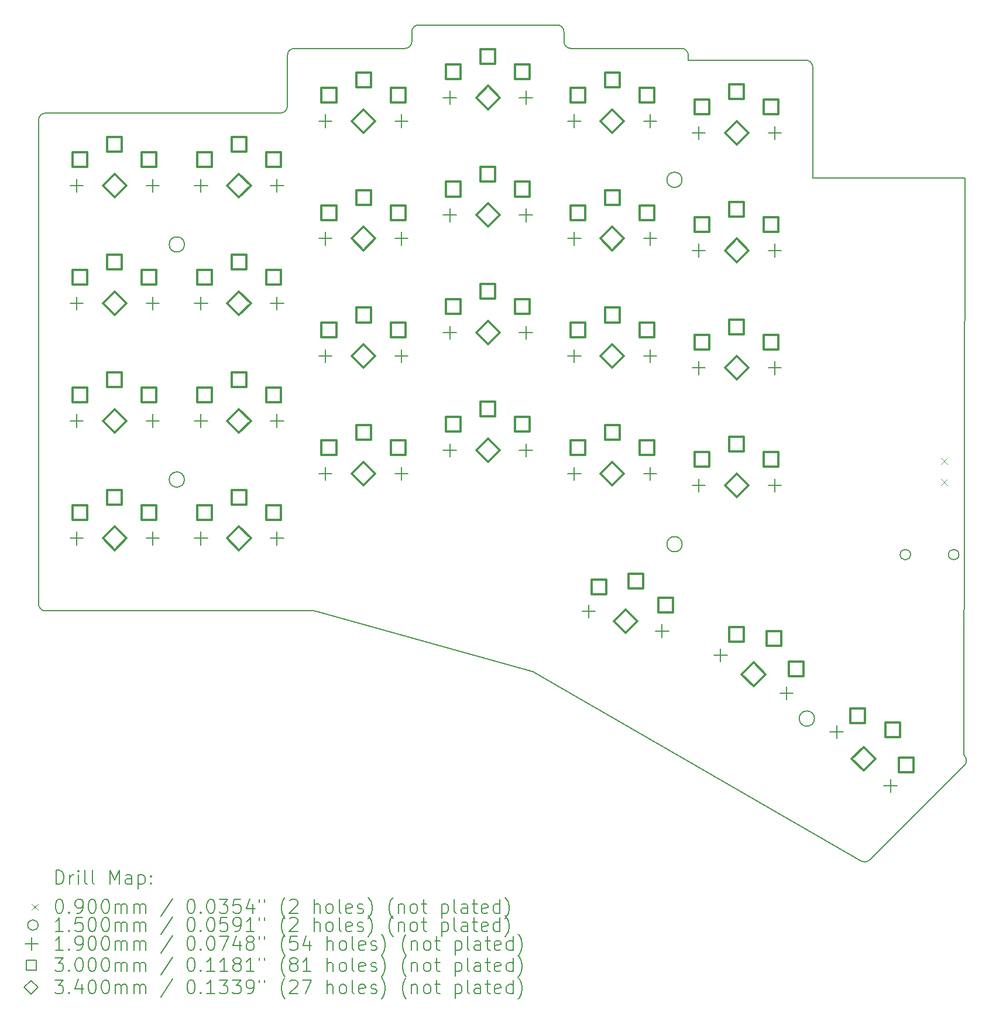
<source format=gbr>
%TF.GenerationSoftware,KiCad,Pcbnew,8.0.8+1*%
%TF.CreationDate,2025-03-13T20:36:31+00:00*%
%TF.ProjectId,board,626f6172-642e-46b6-9963-61645f706362,0.1*%
%TF.SameCoordinates,Original*%
%TF.FileFunction,Drillmap*%
%TF.FilePolarity,Positive*%
%FSLAX45Y45*%
G04 Gerber Fmt 4.5, Leading zero omitted, Abs format (unit mm)*
G04 Created by KiCad (PCBNEW 8.0.8+1) date 2025-03-13 20:36:31*
%MOMM*%
%LPD*%
G01*
G04 APERTURE LIST*
%ADD10C,0.150000*%
%ADD11C,0.200000*%
%ADD12C,0.100000*%
%ADD13C,0.190000*%
%ADD14C,0.300000*%
%ADD15C,0.340000*%
G04 APERTURE END LIST*
D10*
X11042814Y-16923022D02*
X7913134Y-16053648D01*
X11600000Y-7915000D02*
G75*
G02*
X11500000Y-7815000I0J100000D01*
G01*
X7500000Y-8750000D02*
X7500000Y-8015000D01*
X7500000Y-8015000D02*
G75*
G02*
X7600000Y-7915000I100000J0D01*
G01*
X7886369Y-16050000D02*
X4000000Y-16050000D01*
X11400000Y-7575000D02*
G75*
G02*
X11500000Y-7675000I0J-100000D01*
G01*
X17284557Y-18129562D02*
X17301791Y-18152003D01*
X15100000Y-8185000D02*
X15100000Y-9785000D01*
X7500000Y-8750000D02*
G75*
G02*
X7400000Y-8850000I-100000J0D01*
G01*
X7600000Y-7915000D02*
X9200000Y-7915000D01*
X15100000Y-9785000D02*
X17300000Y-9785000D01*
X11500000Y-7675000D02*
X11500000Y-7815000D01*
X15924563Y-19652251D02*
G75*
G02*
X15803850Y-19668146I-70713J70701D01*
G01*
X4000000Y-16050000D02*
G75*
G02*
X3900000Y-15950000I0J100000D01*
G01*
X15803852Y-19668143D02*
X11066050Y-16932771D01*
X9300000Y-7815000D02*
G75*
G02*
X9200000Y-7915000I-100000J0D01*
G01*
X13210000Y-15085000D02*
G75*
G02*
X12990000Y-15085000I-110000J0D01*
G01*
X12990000Y-15085000D02*
G75*
G02*
X13210000Y-15085000I110000J0D01*
G01*
X15000000Y-8085000D02*
G75*
G02*
X15100000Y-8185000I0J-100000D01*
G01*
X9300000Y-7815000D02*
X9300000Y-7675000D01*
X17293192Y-18283622D02*
X15924563Y-19652251D01*
X15124705Y-17606402D02*
G75*
G02*
X14904705Y-17606402I-110000J0D01*
G01*
X14904705Y-17606402D02*
G75*
G02*
X15124705Y-17606402I110000J0D01*
G01*
X4000000Y-8850000D02*
X7400000Y-8850000D01*
X13300000Y-8085000D02*
X15000000Y-8085000D01*
X11600000Y-7915000D02*
X13200000Y-7915000D01*
X13300000Y-8015000D02*
X13300000Y-8085000D01*
X17300000Y-9785000D02*
X17284557Y-18129562D01*
X7886369Y-16050000D02*
G75*
G02*
X7913134Y-16053649I1J-99980D01*
G01*
X13210000Y-9815000D02*
G75*
G02*
X12990000Y-9815000I-110000J0D01*
G01*
X12990000Y-9815000D02*
G75*
G02*
X13210000Y-9815000I110000J0D01*
G01*
X6010000Y-14150000D02*
G75*
G02*
X5790000Y-14150000I-110000J0D01*
G01*
X5790000Y-14150000D02*
G75*
G02*
X6010000Y-14150000I110000J0D01*
G01*
X9300000Y-7675000D02*
G75*
G02*
X9400000Y-7575000I100000J0D01*
G01*
X3900000Y-8950000D02*
G75*
G02*
X4000000Y-8850000I100000J0D01*
G01*
X17301791Y-18152003D02*
G75*
G02*
X17293190Y-18283621I-79311J-60907D01*
G01*
X3900000Y-15950000D02*
X3900000Y-8950000D01*
X11042814Y-16923022D02*
G75*
G02*
X11066049Y-16932772I-26774J-96368D01*
G01*
X6010000Y-10750000D02*
G75*
G02*
X5790000Y-10750000I-110000J0D01*
G01*
X5790000Y-10750000D02*
G75*
G02*
X6010000Y-10750000I110000J0D01*
G01*
X13200000Y-7915000D02*
G75*
G02*
X13300000Y-8015000I0J-100000D01*
G01*
X9400000Y-7575000D02*
X11400000Y-7575000D01*
D11*
D12*
X16957500Y-13840000D02*
X17047500Y-13930000D01*
X17047500Y-13840000D02*
X16957500Y-13930000D01*
X16957500Y-14140000D02*
X17047500Y-14230000D01*
X17047500Y-14140000D02*
X16957500Y-14230000D01*
D10*
X16515000Y-15235000D02*
G75*
G02*
X16365000Y-15235000I-75000J0D01*
G01*
X16365000Y-15235000D02*
G75*
G02*
X16515000Y-15235000I75000J0D01*
G01*
X17215000Y-15235000D02*
G75*
G02*
X17065000Y-15235000I-75000J0D01*
G01*
X17065000Y-15235000D02*
G75*
G02*
X17215000Y-15235000I75000J0D01*
G01*
D13*
X4450000Y-9805000D02*
X4450000Y-9995000D01*
X4355000Y-9900000D02*
X4545000Y-9900000D01*
X4450000Y-11505000D02*
X4450000Y-11695000D01*
X4355000Y-11600000D02*
X4545000Y-11600000D01*
X4450000Y-13205000D02*
X4450000Y-13395000D01*
X4355000Y-13300000D02*
X4545000Y-13300000D01*
X4450000Y-14905000D02*
X4450000Y-15095000D01*
X4355000Y-15000000D02*
X4545000Y-15000000D01*
X5550000Y-9805000D02*
X5550000Y-9995000D01*
X5455000Y-9900000D02*
X5645000Y-9900000D01*
X5550000Y-11505000D02*
X5550000Y-11695000D01*
X5455000Y-11600000D02*
X5645000Y-11600000D01*
X5550000Y-13205000D02*
X5550000Y-13395000D01*
X5455000Y-13300000D02*
X5645000Y-13300000D01*
X5550000Y-14905000D02*
X5550000Y-15095000D01*
X5455000Y-15000000D02*
X5645000Y-15000000D01*
X6250000Y-9805000D02*
X6250000Y-9995000D01*
X6155000Y-9900000D02*
X6345000Y-9900000D01*
X6250000Y-11505000D02*
X6250000Y-11695000D01*
X6155000Y-11600000D02*
X6345000Y-11600000D01*
X6250000Y-13205000D02*
X6250000Y-13395000D01*
X6155000Y-13300000D02*
X6345000Y-13300000D01*
X6250000Y-14905000D02*
X6250000Y-15095000D01*
X6155000Y-15000000D02*
X6345000Y-15000000D01*
X7350000Y-9805000D02*
X7350000Y-9995000D01*
X7255000Y-9900000D02*
X7445000Y-9900000D01*
X7350000Y-11505000D02*
X7350000Y-11695000D01*
X7255000Y-11600000D02*
X7445000Y-11600000D01*
X7350000Y-13205000D02*
X7350000Y-13395000D01*
X7255000Y-13300000D02*
X7445000Y-13300000D01*
X7350000Y-14905000D02*
X7350000Y-15095000D01*
X7255000Y-15000000D02*
X7445000Y-15000000D01*
X8050000Y-8870000D02*
X8050000Y-9060000D01*
X7955000Y-8965000D02*
X8145000Y-8965000D01*
X8050000Y-10570000D02*
X8050000Y-10760000D01*
X7955000Y-10665000D02*
X8145000Y-10665000D01*
X8050000Y-12270000D02*
X8050000Y-12460000D01*
X7955000Y-12365000D02*
X8145000Y-12365000D01*
X8050000Y-13970000D02*
X8050000Y-14160000D01*
X7955000Y-14065000D02*
X8145000Y-14065000D01*
X9150000Y-8870000D02*
X9150000Y-9060000D01*
X9055000Y-8965000D02*
X9245000Y-8965000D01*
X9150000Y-10570000D02*
X9150000Y-10760000D01*
X9055000Y-10665000D02*
X9245000Y-10665000D01*
X9150000Y-12270000D02*
X9150000Y-12460000D01*
X9055000Y-12365000D02*
X9245000Y-12365000D01*
X9150000Y-13970000D02*
X9150000Y-14160000D01*
X9055000Y-14065000D02*
X9245000Y-14065000D01*
X9850000Y-8530000D02*
X9850000Y-8720000D01*
X9755000Y-8625000D02*
X9945000Y-8625000D01*
X9850000Y-10230000D02*
X9850000Y-10420000D01*
X9755000Y-10325000D02*
X9945000Y-10325000D01*
X9850000Y-11930000D02*
X9850000Y-12120000D01*
X9755000Y-12025000D02*
X9945000Y-12025000D01*
X9850000Y-13630000D02*
X9850000Y-13820000D01*
X9755000Y-13725000D02*
X9945000Y-13725000D01*
X10950000Y-8530000D02*
X10950000Y-8720000D01*
X10855000Y-8625000D02*
X11045000Y-8625000D01*
X10950000Y-10230000D02*
X10950000Y-10420000D01*
X10855000Y-10325000D02*
X11045000Y-10325000D01*
X10950000Y-11930000D02*
X10950000Y-12120000D01*
X10855000Y-12025000D02*
X11045000Y-12025000D01*
X10950000Y-13630000D02*
X10950000Y-13820000D01*
X10855000Y-13725000D02*
X11045000Y-13725000D01*
X11650000Y-8870000D02*
X11650000Y-9060000D01*
X11555000Y-8965000D02*
X11745000Y-8965000D01*
X11650000Y-10570000D02*
X11650000Y-10760000D01*
X11555000Y-10665000D02*
X11745000Y-10665000D01*
X11650000Y-12270000D02*
X11650000Y-12460000D01*
X11555000Y-12365000D02*
X11745000Y-12365000D01*
X11650000Y-13970000D02*
X11650000Y-14160000D01*
X11555000Y-14065000D02*
X11745000Y-14065000D01*
X11858071Y-15959549D02*
X11858071Y-16149549D01*
X11763071Y-16054549D02*
X11953071Y-16054549D01*
X12750000Y-8870000D02*
X12750000Y-9060000D01*
X12655000Y-8965000D02*
X12845000Y-8965000D01*
X12750000Y-10570000D02*
X12750000Y-10760000D01*
X12655000Y-10665000D02*
X12845000Y-10665000D01*
X12750000Y-12270000D02*
X12750000Y-12460000D01*
X12655000Y-12365000D02*
X12845000Y-12365000D01*
X12750000Y-13970000D02*
X12750000Y-14160000D01*
X12655000Y-14065000D02*
X12845000Y-14065000D01*
X12920589Y-16244250D02*
X12920589Y-16434250D01*
X12825589Y-16339250D02*
X13015589Y-16339250D01*
X13450000Y-9040000D02*
X13450000Y-9230000D01*
X13355000Y-9135000D02*
X13545000Y-9135000D01*
X13450000Y-10740000D02*
X13450000Y-10930000D01*
X13355000Y-10835000D02*
X13545000Y-10835000D01*
X13450000Y-12440000D02*
X13450000Y-12630000D01*
X13355000Y-12535000D02*
X13545000Y-12535000D01*
X13450000Y-14140000D02*
X13450000Y-14330000D01*
X13355000Y-14235000D02*
X13545000Y-14235000D01*
X13766776Y-16594750D02*
X13766776Y-16784750D01*
X13671776Y-16689750D02*
X13861776Y-16689750D01*
X14550000Y-9040000D02*
X14550000Y-9230000D01*
X14455000Y-9135000D02*
X14645000Y-9135000D01*
X14550000Y-10740000D02*
X14550000Y-10930000D01*
X14455000Y-10835000D02*
X14645000Y-10835000D01*
X14550000Y-12440000D02*
X14550000Y-12630000D01*
X14455000Y-12535000D02*
X14645000Y-12535000D01*
X14550000Y-14140000D02*
X14550000Y-14330000D01*
X14455000Y-14235000D02*
X14645000Y-14235000D01*
X14719404Y-17144750D02*
X14719404Y-17334750D01*
X14624404Y-17239750D02*
X14814404Y-17239750D01*
X15446041Y-17702321D02*
X15446041Y-17892321D01*
X15351041Y-17797321D02*
X15541041Y-17797321D01*
X16223859Y-18480139D02*
X16223859Y-18670139D01*
X16128859Y-18575139D02*
X16318859Y-18575139D01*
D14*
X4606067Y-9631067D02*
X4606067Y-9418933D01*
X4393933Y-9418933D01*
X4393933Y-9631067D01*
X4606067Y-9631067D01*
X4606067Y-11331067D02*
X4606067Y-11118933D01*
X4393933Y-11118933D01*
X4393933Y-11331067D01*
X4606067Y-11331067D01*
X4606067Y-13031067D02*
X4606067Y-12818933D01*
X4393933Y-12818933D01*
X4393933Y-13031067D01*
X4606067Y-13031067D01*
X4606067Y-14731067D02*
X4606067Y-14518933D01*
X4393933Y-14518933D01*
X4393933Y-14731067D01*
X4606067Y-14731067D01*
X5106067Y-9411067D02*
X5106067Y-9198933D01*
X4893933Y-9198933D01*
X4893933Y-9411067D01*
X5106067Y-9411067D01*
X5106067Y-11111067D02*
X5106067Y-10898933D01*
X4893933Y-10898933D01*
X4893933Y-11111067D01*
X5106067Y-11111067D01*
X5106067Y-12811067D02*
X5106067Y-12598933D01*
X4893933Y-12598933D01*
X4893933Y-12811067D01*
X5106067Y-12811067D01*
X5106067Y-14511067D02*
X5106067Y-14298933D01*
X4893933Y-14298933D01*
X4893933Y-14511067D01*
X5106067Y-14511067D01*
X5606067Y-9631067D02*
X5606067Y-9418933D01*
X5393933Y-9418933D01*
X5393933Y-9631067D01*
X5606067Y-9631067D01*
X5606067Y-11331067D02*
X5606067Y-11118933D01*
X5393933Y-11118933D01*
X5393933Y-11331067D01*
X5606067Y-11331067D01*
X5606067Y-13031067D02*
X5606067Y-12818933D01*
X5393933Y-12818933D01*
X5393933Y-13031067D01*
X5606067Y-13031067D01*
X5606067Y-14731067D02*
X5606067Y-14518933D01*
X5393933Y-14518933D01*
X5393933Y-14731067D01*
X5606067Y-14731067D01*
X6406067Y-9631067D02*
X6406067Y-9418933D01*
X6193933Y-9418933D01*
X6193933Y-9631067D01*
X6406067Y-9631067D01*
X6406067Y-11331067D02*
X6406067Y-11118933D01*
X6193933Y-11118933D01*
X6193933Y-11331067D01*
X6406067Y-11331067D01*
X6406067Y-13031067D02*
X6406067Y-12818933D01*
X6193933Y-12818933D01*
X6193933Y-13031067D01*
X6406067Y-13031067D01*
X6406067Y-14731067D02*
X6406067Y-14518933D01*
X6193933Y-14518933D01*
X6193933Y-14731067D01*
X6406067Y-14731067D01*
X6906067Y-9411067D02*
X6906067Y-9198933D01*
X6693933Y-9198933D01*
X6693933Y-9411067D01*
X6906067Y-9411067D01*
X6906067Y-11111067D02*
X6906067Y-10898933D01*
X6693933Y-10898933D01*
X6693933Y-11111067D01*
X6906067Y-11111067D01*
X6906067Y-12811067D02*
X6906067Y-12598933D01*
X6693933Y-12598933D01*
X6693933Y-12811067D01*
X6906067Y-12811067D01*
X6906067Y-14511067D02*
X6906067Y-14298933D01*
X6693933Y-14298933D01*
X6693933Y-14511067D01*
X6906067Y-14511067D01*
X7406067Y-9631067D02*
X7406067Y-9418933D01*
X7193933Y-9418933D01*
X7193933Y-9631067D01*
X7406067Y-9631067D01*
X7406067Y-11331067D02*
X7406067Y-11118933D01*
X7193933Y-11118933D01*
X7193933Y-11331067D01*
X7406067Y-11331067D01*
X7406067Y-13031067D02*
X7406067Y-12818933D01*
X7193933Y-12818933D01*
X7193933Y-13031067D01*
X7406067Y-13031067D01*
X7406067Y-14731067D02*
X7406067Y-14518933D01*
X7193933Y-14518933D01*
X7193933Y-14731067D01*
X7406067Y-14731067D01*
X8206067Y-8696067D02*
X8206067Y-8483933D01*
X7993933Y-8483933D01*
X7993933Y-8696067D01*
X8206067Y-8696067D01*
X8206067Y-10396067D02*
X8206067Y-10183933D01*
X7993933Y-10183933D01*
X7993933Y-10396067D01*
X8206067Y-10396067D01*
X8206067Y-12096067D02*
X8206067Y-11883933D01*
X7993933Y-11883933D01*
X7993933Y-12096067D01*
X8206067Y-12096067D01*
X8206067Y-13796067D02*
X8206067Y-13583933D01*
X7993933Y-13583933D01*
X7993933Y-13796067D01*
X8206067Y-13796067D01*
X8706067Y-8476067D02*
X8706067Y-8263933D01*
X8493933Y-8263933D01*
X8493933Y-8476067D01*
X8706067Y-8476067D01*
X8706067Y-10176067D02*
X8706067Y-9963933D01*
X8493933Y-9963933D01*
X8493933Y-10176067D01*
X8706067Y-10176067D01*
X8706067Y-11876067D02*
X8706067Y-11663933D01*
X8493933Y-11663933D01*
X8493933Y-11876067D01*
X8706067Y-11876067D01*
X8706067Y-13576067D02*
X8706067Y-13363933D01*
X8493933Y-13363933D01*
X8493933Y-13576067D01*
X8706067Y-13576067D01*
X9206067Y-8696067D02*
X9206067Y-8483933D01*
X8993933Y-8483933D01*
X8993933Y-8696067D01*
X9206067Y-8696067D01*
X9206067Y-10396067D02*
X9206067Y-10183933D01*
X8993933Y-10183933D01*
X8993933Y-10396067D01*
X9206067Y-10396067D01*
X9206067Y-12096067D02*
X9206067Y-11883933D01*
X8993933Y-11883933D01*
X8993933Y-12096067D01*
X9206067Y-12096067D01*
X9206067Y-13796067D02*
X9206067Y-13583933D01*
X8993933Y-13583933D01*
X8993933Y-13796067D01*
X9206067Y-13796067D01*
X10006067Y-8356067D02*
X10006067Y-8143933D01*
X9793933Y-8143933D01*
X9793933Y-8356067D01*
X10006067Y-8356067D01*
X10006067Y-10056067D02*
X10006067Y-9843933D01*
X9793933Y-9843933D01*
X9793933Y-10056067D01*
X10006067Y-10056067D01*
X10006067Y-11756067D02*
X10006067Y-11543933D01*
X9793933Y-11543933D01*
X9793933Y-11756067D01*
X10006067Y-11756067D01*
X10006067Y-13456067D02*
X10006067Y-13243933D01*
X9793933Y-13243933D01*
X9793933Y-13456067D01*
X10006067Y-13456067D01*
X10506067Y-8136067D02*
X10506067Y-7923933D01*
X10293933Y-7923933D01*
X10293933Y-8136067D01*
X10506067Y-8136067D01*
X10506067Y-9836067D02*
X10506067Y-9623933D01*
X10293933Y-9623933D01*
X10293933Y-9836067D01*
X10506067Y-9836067D01*
X10506067Y-11536067D02*
X10506067Y-11323933D01*
X10293933Y-11323933D01*
X10293933Y-11536067D01*
X10506067Y-11536067D01*
X10506067Y-13236067D02*
X10506067Y-13023933D01*
X10293933Y-13023933D01*
X10293933Y-13236067D01*
X10506067Y-13236067D01*
X11006067Y-8356067D02*
X11006067Y-8143933D01*
X10793933Y-8143933D01*
X10793933Y-8356067D01*
X11006067Y-8356067D01*
X11006067Y-10056067D02*
X11006067Y-9843933D01*
X10793933Y-9843933D01*
X10793933Y-10056067D01*
X11006067Y-10056067D01*
X11006067Y-11756067D02*
X11006067Y-11543933D01*
X10793933Y-11543933D01*
X10793933Y-11756067D01*
X11006067Y-11756067D01*
X11006067Y-13456067D02*
X11006067Y-13243933D01*
X10793933Y-13243933D01*
X10793933Y-13456067D01*
X11006067Y-13456067D01*
X11806067Y-8696067D02*
X11806067Y-8483933D01*
X11593933Y-8483933D01*
X11593933Y-8696067D01*
X11806067Y-8696067D01*
X11806067Y-10396067D02*
X11806067Y-10183933D01*
X11593933Y-10183933D01*
X11593933Y-10396067D01*
X11806067Y-10396067D01*
X11806067Y-12096067D02*
X11806067Y-11883933D01*
X11593933Y-11883933D01*
X11593933Y-12096067D01*
X11806067Y-12096067D01*
X11806067Y-13796067D02*
X11806067Y-13583933D01*
X11593933Y-13583933D01*
X11593933Y-13796067D01*
X11806067Y-13796067D01*
X12109491Y-15811335D02*
X12109491Y-15599201D01*
X11897357Y-15599201D01*
X11897357Y-15811335D01*
X12109491Y-15811335D01*
X12306067Y-8476067D02*
X12306067Y-8263933D01*
X12093933Y-8263933D01*
X12093933Y-8476067D01*
X12306067Y-8476067D01*
X12306067Y-10176067D02*
X12306067Y-9963933D01*
X12093933Y-9963933D01*
X12093933Y-10176067D01*
X12306067Y-10176067D01*
X12306067Y-11876067D02*
X12306067Y-11663933D01*
X12093933Y-11663933D01*
X12093933Y-11876067D01*
X12306067Y-11876067D01*
X12306067Y-13576067D02*
X12306067Y-13363933D01*
X12093933Y-13363933D01*
X12093933Y-13576067D01*
X12306067Y-13576067D01*
X12649394Y-15728241D02*
X12649394Y-15516107D01*
X12437260Y-15516107D01*
X12437260Y-15728241D01*
X12649394Y-15728241D01*
X12806067Y-8696067D02*
X12806067Y-8483933D01*
X12593933Y-8483933D01*
X12593933Y-8696067D01*
X12806067Y-8696067D01*
X12806067Y-10396067D02*
X12806067Y-10183933D01*
X12593933Y-10183933D01*
X12593933Y-10396067D01*
X12806067Y-10396067D01*
X12806067Y-12096067D02*
X12806067Y-11883933D01*
X12593933Y-11883933D01*
X12593933Y-12096067D01*
X12806067Y-12096067D01*
X12806067Y-13796067D02*
X12806067Y-13583933D01*
X12593933Y-13583933D01*
X12593933Y-13796067D01*
X12806067Y-13796067D01*
X13075417Y-16070154D02*
X13075417Y-15858020D01*
X12863283Y-15858020D01*
X12863283Y-16070154D01*
X13075417Y-16070154D01*
X13606067Y-8866067D02*
X13606067Y-8653933D01*
X13393933Y-8653933D01*
X13393933Y-8866067D01*
X13606067Y-8866067D01*
X13606067Y-10566067D02*
X13606067Y-10353933D01*
X13393933Y-10353933D01*
X13393933Y-10566067D01*
X13606067Y-10566067D01*
X13606067Y-12266067D02*
X13606067Y-12053933D01*
X13393933Y-12053933D01*
X13393933Y-12266067D01*
X13606067Y-12266067D01*
X13606067Y-13966067D02*
X13606067Y-13753933D01*
X13393933Y-13753933D01*
X13393933Y-13966067D01*
X13606067Y-13966067D01*
X14103644Y-16496057D02*
X14103644Y-16283923D01*
X13891510Y-16283923D01*
X13891510Y-16496057D01*
X14103644Y-16496057D01*
X14106067Y-8646067D02*
X14106067Y-8433933D01*
X13893933Y-8433933D01*
X13893933Y-8646067D01*
X14106067Y-8646067D01*
X14106067Y-10346067D02*
X14106067Y-10133933D01*
X13893933Y-10133933D01*
X13893933Y-10346067D01*
X14106067Y-10346067D01*
X14106067Y-12046067D02*
X14106067Y-11833933D01*
X13893933Y-11833933D01*
X13893933Y-12046067D01*
X14106067Y-12046067D01*
X14106067Y-13746067D02*
X14106067Y-13533933D01*
X13893933Y-13533933D01*
X13893933Y-13746067D01*
X14106067Y-13746067D01*
X14606067Y-8866067D02*
X14606067Y-8653933D01*
X14393933Y-8653933D01*
X14393933Y-8866067D01*
X14606067Y-8866067D01*
X14606067Y-10566067D02*
X14606067Y-10353933D01*
X14393933Y-10353933D01*
X14393933Y-10566067D01*
X14606067Y-10566067D01*
X14606067Y-12266067D02*
X14606067Y-12053933D01*
X14393933Y-12053933D01*
X14393933Y-12266067D01*
X14606067Y-12266067D01*
X14606067Y-13966067D02*
X14606067Y-13753933D01*
X14393933Y-13753933D01*
X14393933Y-13966067D01*
X14606067Y-13966067D01*
X14646657Y-16555532D02*
X14646657Y-16343398D01*
X14434523Y-16343398D01*
X14434523Y-16555532D01*
X14646657Y-16555532D01*
X14969670Y-16996058D02*
X14969670Y-16783924D01*
X14757536Y-16783924D01*
X14757536Y-16996058D01*
X14969670Y-16996058D01*
X15852629Y-17673579D02*
X15852629Y-17461445D01*
X15640495Y-17461445D01*
X15640495Y-17673579D01*
X15852629Y-17673579D01*
X16361745Y-17871569D02*
X16361745Y-17659435D01*
X16149611Y-17659435D01*
X16149611Y-17871569D01*
X16361745Y-17871569D01*
X16559735Y-18380685D02*
X16559735Y-18168551D01*
X16347601Y-18168551D01*
X16347601Y-18380685D01*
X16559735Y-18380685D01*
D15*
X5000000Y-10070000D02*
X5170000Y-9900000D01*
X5000000Y-9730000D01*
X4830000Y-9900000D01*
X5000000Y-10070000D01*
X5000000Y-11770000D02*
X5170000Y-11600000D01*
X5000000Y-11430000D01*
X4830000Y-11600000D01*
X5000000Y-11770000D01*
X5000000Y-13470000D02*
X5170000Y-13300000D01*
X5000000Y-13130000D01*
X4830000Y-13300000D01*
X5000000Y-13470000D01*
X5000000Y-15170000D02*
X5170000Y-15000000D01*
X5000000Y-14830000D01*
X4830000Y-15000000D01*
X5000000Y-15170000D01*
X6800000Y-10070000D02*
X6970000Y-9900000D01*
X6800000Y-9730000D01*
X6630000Y-9900000D01*
X6800000Y-10070000D01*
X6800000Y-11770000D02*
X6970000Y-11600000D01*
X6800000Y-11430000D01*
X6630000Y-11600000D01*
X6800000Y-11770000D01*
X6800000Y-13470000D02*
X6970000Y-13300000D01*
X6800000Y-13130000D01*
X6630000Y-13300000D01*
X6800000Y-13470000D01*
X6800000Y-15170000D02*
X6970000Y-15000000D01*
X6800000Y-14830000D01*
X6630000Y-15000000D01*
X6800000Y-15170000D01*
X8600000Y-9135000D02*
X8770000Y-8965000D01*
X8600000Y-8795000D01*
X8430000Y-8965000D01*
X8600000Y-9135000D01*
X8600000Y-10835000D02*
X8770000Y-10665000D01*
X8600000Y-10495000D01*
X8430000Y-10665000D01*
X8600000Y-10835000D01*
X8600000Y-12535000D02*
X8770000Y-12365000D01*
X8600000Y-12195000D01*
X8430000Y-12365000D01*
X8600000Y-12535000D01*
X8600000Y-14235000D02*
X8770000Y-14065000D01*
X8600000Y-13895000D01*
X8430000Y-14065000D01*
X8600000Y-14235000D01*
X10400000Y-8795000D02*
X10570000Y-8625000D01*
X10400000Y-8455000D01*
X10230000Y-8625000D01*
X10400000Y-8795000D01*
X10400000Y-10495000D02*
X10570000Y-10325000D01*
X10400000Y-10155000D01*
X10230000Y-10325000D01*
X10400000Y-10495000D01*
X10400000Y-12195000D02*
X10570000Y-12025000D01*
X10400000Y-11855000D01*
X10230000Y-12025000D01*
X10400000Y-12195000D01*
X10400000Y-13895000D02*
X10570000Y-13725000D01*
X10400000Y-13555000D01*
X10230000Y-13725000D01*
X10400000Y-13895000D01*
X12200000Y-9135000D02*
X12370000Y-8965000D01*
X12200000Y-8795000D01*
X12030000Y-8965000D01*
X12200000Y-9135000D01*
X12200000Y-10835000D02*
X12370000Y-10665000D01*
X12200000Y-10495000D01*
X12030000Y-10665000D01*
X12200000Y-10835000D01*
X12200000Y-12535000D02*
X12370000Y-12365000D01*
X12200000Y-12195000D01*
X12030000Y-12365000D01*
X12200000Y-12535000D01*
X12200000Y-14235000D02*
X12370000Y-14065000D01*
X12200000Y-13895000D01*
X12030000Y-14065000D01*
X12200000Y-14235000D01*
X12389330Y-16366900D02*
X12559330Y-16196900D01*
X12389330Y-16026900D01*
X12219330Y-16196900D01*
X12389330Y-16366900D01*
X14000000Y-9305000D02*
X14170000Y-9135000D01*
X14000000Y-8965000D01*
X13830000Y-9135000D01*
X14000000Y-9305000D01*
X14000000Y-11005000D02*
X14170000Y-10835000D01*
X14000000Y-10665000D01*
X13830000Y-10835000D01*
X14000000Y-11005000D01*
X14000000Y-12705000D02*
X14170000Y-12535000D01*
X14000000Y-12365000D01*
X13830000Y-12535000D01*
X14000000Y-12705000D01*
X14000000Y-14405000D02*
X14170000Y-14235000D01*
X14000000Y-14065000D01*
X13830000Y-14235000D01*
X14000000Y-14405000D01*
X14243090Y-17134750D02*
X14413090Y-16964750D01*
X14243090Y-16794750D01*
X14073090Y-16964750D01*
X14243090Y-17134750D01*
X15834950Y-18356230D02*
X16004950Y-18186230D01*
X15834950Y-18016230D01*
X15664950Y-18186230D01*
X15834950Y-18356230D01*
D11*
X4153277Y-20000528D02*
X4153277Y-19800528D01*
X4153277Y-19800528D02*
X4200896Y-19800528D01*
X4200896Y-19800528D02*
X4229467Y-19810052D01*
X4229467Y-19810052D02*
X4248515Y-19829100D01*
X4248515Y-19829100D02*
X4258039Y-19848147D01*
X4258039Y-19848147D02*
X4267563Y-19886243D01*
X4267563Y-19886243D02*
X4267563Y-19914814D01*
X4267563Y-19914814D02*
X4258039Y-19952909D01*
X4258039Y-19952909D02*
X4248515Y-19971957D01*
X4248515Y-19971957D02*
X4229467Y-19991005D01*
X4229467Y-19991005D02*
X4200896Y-20000528D01*
X4200896Y-20000528D02*
X4153277Y-20000528D01*
X4353277Y-20000528D02*
X4353277Y-19867195D01*
X4353277Y-19905290D02*
X4362801Y-19886243D01*
X4362801Y-19886243D02*
X4372324Y-19876719D01*
X4372324Y-19876719D02*
X4391372Y-19867195D01*
X4391372Y-19867195D02*
X4410420Y-19867195D01*
X4477086Y-20000528D02*
X4477086Y-19867195D01*
X4477086Y-19800528D02*
X4467563Y-19810052D01*
X4467563Y-19810052D02*
X4477086Y-19819576D01*
X4477086Y-19819576D02*
X4486610Y-19810052D01*
X4486610Y-19810052D02*
X4477086Y-19800528D01*
X4477086Y-19800528D02*
X4477086Y-19819576D01*
X4600896Y-20000528D02*
X4581848Y-19991005D01*
X4581848Y-19991005D02*
X4572324Y-19971957D01*
X4572324Y-19971957D02*
X4572324Y-19800528D01*
X4705658Y-20000528D02*
X4686610Y-19991005D01*
X4686610Y-19991005D02*
X4677086Y-19971957D01*
X4677086Y-19971957D02*
X4677086Y-19800528D01*
X4934229Y-20000528D02*
X4934229Y-19800528D01*
X4934229Y-19800528D02*
X5000896Y-19943385D01*
X5000896Y-19943385D02*
X5067563Y-19800528D01*
X5067563Y-19800528D02*
X5067563Y-20000528D01*
X5248515Y-20000528D02*
X5248515Y-19895766D01*
X5248515Y-19895766D02*
X5238991Y-19876719D01*
X5238991Y-19876719D02*
X5219944Y-19867195D01*
X5219944Y-19867195D02*
X5181848Y-19867195D01*
X5181848Y-19867195D02*
X5162801Y-19876719D01*
X5248515Y-19991005D02*
X5229467Y-20000528D01*
X5229467Y-20000528D02*
X5181848Y-20000528D01*
X5181848Y-20000528D02*
X5162801Y-19991005D01*
X5162801Y-19991005D02*
X5153277Y-19971957D01*
X5153277Y-19971957D02*
X5153277Y-19952909D01*
X5153277Y-19952909D02*
X5162801Y-19933862D01*
X5162801Y-19933862D02*
X5181848Y-19924338D01*
X5181848Y-19924338D02*
X5229467Y-19924338D01*
X5229467Y-19924338D02*
X5248515Y-19914814D01*
X5343753Y-19867195D02*
X5343753Y-20067195D01*
X5343753Y-19876719D02*
X5362801Y-19867195D01*
X5362801Y-19867195D02*
X5400896Y-19867195D01*
X5400896Y-19867195D02*
X5419944Y-19876719D01*
X5419944Y-19876719D02*
X5429467Y-19886243D01*
X5429467Y-19886243D02*
X5438991Y-19905290D01*
X5438991Y-19905290D02*
X5438991Y-19962433D01*
X5438991Y-19962433D02*
X5429467Y-19981481D01*
X5429467Y-19981481D02*
X5419944Y-19991005D01*
X5419944Y-19991005D02*
X5400896Y-20000528D01*
X5400896Y-20000528D02*
X5362801Y-20000528D01*
X5362801Y-20000528D02*
X5343753Y-19991005D01*
X5524705Y-19981481D02*
X5534229Y-19991005D01*
X5534229Y-19991005D02*
X5524705Y-20000528D01*
X5524705Y-20000528D02*
X5515182Y-19991005D01*
X5515182Y-19991005D02*
X5524705Y-19981481D01*
X5524705Y-19981481D02*
X5524705Y-20000528D01*
X5524705Y-19876719D02*
X5534229Y-19886243D01*
X5534229Y-19886243D02*
X5524705Y-19895766D01*
X5524705Y-19895766D02*
X5515182Y-19886243D01*
X5515182Y-19886243D02*
X5524705Y-19876719D01*
X5524705Y-19876719D02*
X5524705Y-19895766D01*
D12*
X3802500Y-20284045D02*
X3892500Y-20374045D01*
X3892500Y-20284045D02*
X3802500Y-20374045D01*
D11*
X4191372Y-20220528D02*
X4210420Y-20220528D01*
X4210420Y-20220528D02*
X4229467Y-20230052D01*
X4229467Y-20230052D02*
X4238991Y-20239576D01*
X4238991Y-20239576D02*
X4248515Y-20258624D01*
X4248515Y-20258624D02*
X4258039Y-20296719D01*
X4258039Y-20296719D02*
X4258039Y-20344338D01*
X4258039Y-20344338D02*
X4248515Y-20382433D01*
X4248515Y-20382433D02*
X4238991Y-20401481D01*
X4238991Y-20401481D02*
X4229467Y-20411005D01*
X4229467Y-20411005D02*
X4210420Y-20420528D01*
X4210420Y-20420528D02*
X4191372Y-20420528D01*
X4191372Y-20420528D02*
X4172324Y-20411005D01*
X4172324Y-20411005D02*
X4162801Y-20401481D01*
X4162801Y-20401481D02*
X4153277Y-20382433D01*
X4153277Y-20382433D02*
X4143753Y-20344338D01*
X4143753Y-20344338D02*
X4143753Y-20296719D01*
X4143753Y-20296719D02*
X4153277Y-20258624D01*
X4153277Y-20258624D02*
X4162801Y-20239576D01*
X4162801Y-20239576D02*
X4172324Y-20230052D01*
X4172324Y-20230052D02*
X4191372Y-20220528D01*
X4343753Y-20401481D02*
X4353277Y-20411005D01*
X4353277Y-20411005D02*
X4343753Y-20420528D01*
X4343753Y-20420528D02*
X4334229Y-20411005D01*
X4334229Y-20411005D02*
X4343753Y-20401481D01*
X4343753Y-20401481D02*
X4343753Y-20420528D01*
X4448515Y-20420528D02*
X4486610Y-20420528D01*
X4486610Y-20420528D02*
X4505658Y-20411005D01*
X4505658Y-20411005D02*
X4515182Y-20401481D01*
X4515182Y-20401481D02*
X4534229Y-20372909D01*
X4534229Y-20372909D02*
X4543753Y-20334814D01*
X4543753Y-20334814D02*
X4543753Y-20258624D01*
X4543753Y-20258624D02*
X4534229Y-20239576D01*
X4534229Y-20239576D02*
X4524705Y-20230052D01*
X4524705Y-20230052D02*
X4505658Y-20220528D01*
X4505658Y-20220528D02*
X4467563Y-20220528D01*
X4467563Y-20220528D02*
X4448515Y-20230052D01*
X4448515Y-20230052D02*
X4438991Y-20239576D01*
X4438991Y-20239576D02*
X4429467Y-20258624D01*
X4429467Y-20258624D02*
X4429467Y-20306243D01*
X4429467Y-20306243D02*
X4438991Y-20325290D01*
X4438991Y-20325290D02*
X4448515Y-20334814D01*
X4448515Y-20334814D02*
X4467563Y-20344338D01*
X4467563Y-20344338D02*
X4505658Y-20344338D01*
X4505658Y-20344338D02*
X4524705Y-20334814D01*
X4524705Y-20334814D02*
X4534229Y-20325290D01*
X4534229Y-20325290D02*
X4543753Y-20306243D01*
X4667563Y-20220528D02*
X4686610Y-20220528D01*
X4686610Y-20220528D02*
X4705658Y-20230052D01*
X4705658Y-20230052D02*
X4715182Y-20239576D01*
X4715182Y-20239576D02*
X4724705Y-20258624D01*
X4724705Y-20258624D02*
X4734229Y-20296719D01*
X4734229Y-20296719D02*
X4734229Y-20344338D01*
X4734229Y-20344338D02*
X4724705Y-20382433D01*
X4724705Y-20382433D02*
X4715182Y-20401481D01*
X4715182Y-20401481D02*
X4705658Y-20411005D01*
X4705658Y-20411005D02*
X4686610Y-20420528D01*
X4686610Y-20420528D02*
X4667563Y-20420528D01*
X4667563Y-20420528D02*
X4648515Y-20411005D01*
X4648515Y-20411005D02*
X4638991Y-20401481D01*
X4638991Y-20401481D02*
X4629467Y-20382433D01*
X4629467Y-20382433D02*
X4619944Y-20344338D01*
X4619944Y-20344338D02*
X4619944Y-20296719D01*
X4619944Y-20296719D02*
X4629467Y-20258624D01*
X4629467Y-20258624D02*
X4638991Y-20239576D01*
X4638991Y-20239576D02*
X4648515Y-20230052D01*
X4648515Y-20230052D02*
X4667563Y-20220528D01*
X4858039Y-20220528D02*
X4877086Y-20220528D01*
X4877086Y-20220528D02*
X4896134Y-20230052D01*
X4896134Y-20230052D02*
X4905658Y-20239576D01*
X4905658Y-20239576D02*
X4915182Y-20258624D01*
X4915182Y-20258624D02*
X4924705Y-20296719D01*
X4924705Y-20296719D02*
X4924705Y-20344338D01*
X4924705Y-20344338D02*
X4915182Y-20382433D01*
X4915182Y-20382433D02*
X4905658Y-20401481D01*
X4905658Y-20401481D02*
X4896134Y-20411005D01*
X4896134Y-20411005D02*
X4877086Y-20420528D01*
X4877086Y-20420528D02*
X4858039Y-20420528D01*
X4858039Y-20420528D02*
X4838991Y-20411005D01*
X4838991Y-20411005D02*
X4829467Y-20401481D01*
X4829467Y-20401481D02*
X4819944Y-20382433D01*
X4819944Y-20382433D02*
X4810420Y-20344338D01*
X4810420Y-20344338D02*
X4810420Y-20296719D01*
X4810420Y-20296719D02*
X4819944Y-20258624D01*
X4819944Y-20258624D02*
X4829467Y-20239576D01*
X4829467Y-20239576D02*
X4838991Y-20230052D01*
X4838991Y-20230052D02*
X4858039Y-20220528D01*
X5010420Y-20420528D02*
X5010420Y-20287195D01*
X5010420Y-20306243D02*
X5019944Y-20296719D01*
X5019944Y-20296719D02*
X5038991Y-20287195D01*
X5038991Y-20287195D02*
X5067563Y-20287195D01*
X5067563Y-20287195D02*
X5086610Y-20296719D01*
X5086610Y-20296719D02*
X5096134Y-20315766D01*
X5096134Y-20315766D02*
X5096134Y-20420528D01*
X5096134Y-20315766D02*
X5105658Y-20296719D01*
X5105658Y-20296719D02*
X5124705Y-20287195D01*
X5124705Y-20287195D02*
X5153277Y-20287195D01*
X5153277Y-20287195D02*
X5172325Y-20296719D01*
X5172325Y-20296719D02*
X5181848Y-20315766D01*
X5181848Y-20315766D02*
X5181848Y-20420528D01*
X5277086Y-20420528D02*
X5277086Y-20287195D01*
X5277086Y-20306243D02*
X5286610Y-20296719D01*
X5286610Y-20296719D02*
X5305658Y-20287195D01*
X5305658Y-20287195D02*
X5334229Y-20287195D01*
X5334229Y-20287195D02*
X5353277Y-20296719D01*
X5353277Y-20296719D02*
X5362801Y-20315766D01*
X5362801Y-20315766D02*
X5362801Y-20420528D01*
X5362801Y-20315766D02*
X5372325Y-20296719D01*
X5372325Y-20296719D02*
X5391372Y-20287195D01*
X5391372Y-20287195D02*
X5419944Y-20287195D01*
X5419944Y-20287195D02*
X5438991Y-20296719D01*
X5438991Y-20296719D02*
X5448515Y-20315766D01*
X5448515Y-20315766D02*
X5448515Y-20420528D01*
X5838991Y-20211005D02*
X5667563Y-20468147D01*
X6096134Y-20220528D02*
X6115182Y-20220528D01*
X6115182Y-20220528D02*
X6134229Y-20230052D01*
X6134229Y-20230052D02*
X6143753Y-20239576D01*
X6143753Y-20239576D02*
X6153277Y-20258624D01*
X6153277Y-20258624D02*
X6162801Y-20296719D01*
X6162801Y-20296719D02*
X6162801Y-20344338D01*
X6162801Y-20344338D02*
X6153277Y-20382433D01*
X6153277Y-20382433D02*
X6143753Y-20401481D01*
X6143753Y-20401481D02*
X6134229Y-20411005D01*
X6134229Y-20411005D02*
X6115182Y-20420528D01*
X6115182Y-20420528D02*
X6096134Y-20420528D01*
X6096134Y-20420528D02*
X6077086Y-20411005D01*
X6077086Y-20411005D02*
X6067563Y-20401481D01*
X6067563Y-20401481D02*
X6058039Y-20382433D01*
X6058039Y-20382433D02*
X6048515Y-20344338D01*
X6048515Y-20344338D02*
X6048515Y-20296719D01*
X6048515Y-20296719D02*
X6058039Y-20258624D01*
X6058039Y-20258624D02*
X6067563Y-20239576D01*
X6067563Y-20239576D02*
X6077086Y-20230052D01*
X6077086Y-20230052D02*
X6096134Y-20220528D01*
X6248515Y-20401481D02*
X6258039Y-20411005D01*
X6258039Y-20411005D02*
X6248515Y-20420528D01*
X6248515Y-20420528D02*
X6238991Y-20411005D01*
X6238991Y-20411005D02*
X6248515Y-20401481D01*
X6248515Y-20401481D02*
X6248515Y-20420528D01*
X6381848Y-20220528D02*
X6400896Y-20220528D01*
X6400896Y-20220528D02*
X6419944Y-20230052D01*
X6419944Y-20230052D02*
X6429467Y-20239576D01*
X6429467Y-20239576D02*
X6438991Y-20258624D01*
X6438991Y-20258624D02*
X6448515Y-20296719D01*
X6448515Y-20296719D02*
X6448515Y-20344338D01*
X6448515Y-20344338D02*
X6438991Y-20382433D01*
X6438991Y-20382433D02*
X6429467Y-20401481D01*
X6429467Y-20401481D02*
X6419944Y-20411005D01*
X6419944Y-20411005D02*
X6400896Y-20420528D01*
X6400896Y-20420528D02*
X6381848Y-20420528D01*
X6381848Y-20420528D02*
X6362801Y-20411005D01*
X6362801Y-20411005D02*
X6353277Y-20401481D01*
X6353277Y-20401481D02*
X6343753Y-20382433D01*
X6343753Y-20382433D02*
X6334229Y-20344338D01*
X6334229Y-20344338D02*
X6334229Y-20296719D01*
X6334229Y-20296719D02*
X6343753Y-20258624D01*
X6343753Y-20258624D02*
X6353277Y-20239576D01*
X6353277Y-20239576D02*
X6362801Y-20230052D01*
X6362801Y-20230052D02*
X6381848Y-20220528D01*
X6515182Y-20220528D02*
X6638991Y-20220528D01*
X6638991Y-20220528D02*
X6572325Y-20296719D01*
X6572325Y-20296719D02*
X6600896Y-20296719D01*
X6600896Y-20296719D02*
X6619944Y-20306243D01*
X6619944Y-20306243D02*
X6629467Y-20315766D01*
X6629467Y-20315766D02*
X6638991Y-20334814D01*
X6638991Y-20334814D02*
X6638991Y-20382433D01*
X6638991Y-20382433D02*
X6629467Y-20401481D01*
X6629467Y-20401481D02*
X6619944Y-20411005D01*
X6619944Y-20411005D02*
X6600896Y-20420528D01*
X6600896Y-20420528D02*
X6543753Y-20420528D01*
X6543753Y-20420528D02*
X6524706Y-20411005D01*
X6524706Y-20411005D02*
X6515182Y-20401481D01*
X6819944Y-20220528D02*
X6724706Y-20220528D01*
X6724706Y-20220528D02*
X6715182Y-20315766D01*
X6715182Y-20315766D02*
X6724706Y-20306243D01*
X6724706Y-20306243D02*
X6743753Y-20296719D01*
X6743753Y-20296719D02*
X6791372Y-20296719D01*
X6791372Y-20296719D02*
X6810420Y-20306243D01*
X6810420Y-20306243D02*
X6819944Y-20315766D01*
X6819944Y-20315766D02*
X6829467Y-20334814D01*
X6829467Y-20334814D02*
X6829467Y-20382433D01*
X6829467Y-20382433D02*
X6819944Y-20401481D01*
X6819944Y-20401481D02*
X6810420Y-20411005D01*
X6810420Y-20411005D02*
X6791372Y-20420528D01*
X6791372Y-20420528D02*
X6743753Y-20420528D01*
X6743753Y-20420528D02*
X6724706Y-20411005D01*
X6724706Y-20411005D02*
X6715182Y-20401481D01*
X7000896Y-20287195D02*
X7000896Y-20420528D01*
X6953277Y-20211005D02*
X6905658Y-20353862D01*
X6905658Y-20353862D02*
X7029467Y-20353862D01*
X7096134Y-20220528D02*
X7096134Y-20258624D01*
X7172325Y-20220528D02*
X7172325Y-20258624D01*
X7467563Y-20496719D02*
X7458039Y-20487195D01*
X7458039Y-20487195D02*
X7438991Y-20458624D01*
X7438991Y-20458624D02*
X7429468Y-20439576D01*
X7429468Y-20439576D02*
X7419944Y-20411005D01*
X7419944Y-20411005D02*
X7410420Y-20363385D01*
X7410420Y-20363385D02*
X7410420Y-20325290D01*
X7410420Y-20325290D02*
X7419944Y-20277671D01*
X7419944Y-20277671D02*
X7429468Y-20249100D01*
X7429468Y-20249100D02*
X7438991Y-20230052D01*
X7438991Y-20230052D02*
X7458039Y-20201481D01*
X7458039Y-20201481D02*
X7467563Y-20191957D01*
X7534229Y-20239576D02*
X7543753Y-20230052D01*
X7543753Y-20230052D02*
X7562801Y-20220528D01*
X7562801Y-20220528D02*
X7610420Y-20220528D01*
X7610420Y-20220528D02*
X7629468Y-20230052D01*
X7629468Y-20230052D02*
X7638991Y-20239576D01*
X7638991Y-20239576D02*
X7648515Y-20258624D01*
X7648515Y-20258624D02*
X7648515Y-20277671D01*
X7648515Y-20277671D02*
X7638991Y-20306243D01*
X7638991Y-20306243D02*
X7524706Y-20420528D01*
X7524706Y-20420528D02*
X7648515Y-20420528D01*
X7886610Y-20420528D02*
X7886610Y-20220528D01*
X7972325Y-20420528D02*
X7972325Y-20315766D01*
X7972325Y-20315766D02*
X7962801Y-20296719D01*
X7962801Y-20296719D02*
X7943753Y-20287195D01*
X7943753Y-20287195D02*
X7915182Y-20287195D01*
X7915182Y-20287195D02*
X7896134Y-20296719D01*
X7896134Y-20296719D02*
X7886610Y-20306243D01*
X8096134Y-20420528D02*
X8077087Y-20411005D01*
X8077087Y-20411005D02*
X8067563Y-20401481D01*
X8067563Y-20401481D02*
X8058039Y-20382433D01*
X8058039Y-20382433D02*
X8058039Y-20325290D01*
X8058039Y-20325290D02*
X8067563Y-20306243D01*
X8067563Y-20306243D02*
X8077087Y-20296719D01*
X8077087Y-20296719D02*
X8096134Y-20287195D01*
X8096134Y-20287195D02*
X8124706Y-20287195D01*
X8124706Y-20287195D02*
X8143753Y-20296719D01*
X8143753Y-20296719D02*
X8153277Y-20306243D01*
X8153277Y-20306243D02*
X8162801Y-20325290D01*
X8162801Y-20325290D02*
X8162801Y-20382433D01*
X8162801Y-20382433D02*
X8153277Y-20401481D01*
X8153277Y-20401481D02*
X8143753Y-20411005D01*
X8143753Y-20411005D02*
X8124706Y-20420528D01*
X8124706Y-20420528D02*
X8096134Y-20420528D01*
X8277087Y-20420528D02*
X8258039Y-20411005D01*
X8258039Y-20411005D02*
X8248515Y-20391957D01*
X8248515Y-20391957D02*
X8248515Y-20220528D01*
X8429468Y-20411005D02*
X8410420Y-20420528D01*
X8410420Y-20420528D02*
X8372325Y-20420528D01*
X8372325Y-20420528D02*
X8353277Y-20411005D01*
X8353277Y-20411005D02*
X8343753Y-20391957D01*
X8343753Y-20391957D02*
X8343753Y-20315766D01*
X8343753Y-20315766D02*
X8353277Y-20296719D01*
X8353277Y-20296719D02*
X8372325Y-20287195D01*
X8372325Y-20287195D02*
X8410420Y-20287195D01*
X8410420Y-20287195D02*
X8429468Y-20296719D01*
X8429468Y-20296719D02*
X8438992Y-20315766D01*
X8438992Y-20315766D02*
X8438992Y-20334814D01*
X8438992Y-20334814D02*
X8343753Y-20353862D01*
X8515182Y-20411005D02*
X8534230Y-20420528D01*
X8534230Y-20420528D02*
X8572325Y-20420528D01*
X8572325Y-20420528D02*
X8591373Y-20411005D01*
X8591373Y-20411005D02*
X8600896Y-20391957D01*
X8600896Y-20391957D02*
X8600896Y-20382433D01*
X8600896Y-20382433D02*
X8591373Y-20363385D01*
X8591373Y-20363385D02*
X8572325Y-20353862D01*
X8572325Y-20353862D02*
X8543753Y-20353862D01*
X8543753Y-20353862D02*
X8524706Y-20344338D01*
X8524706Y-20344338D02*
X8515182Y-20325290D01*
X8515182Y-20325290D02*
X8515182Y-20315766D01*
X8515182Y-20315766D02*
X8524706Y-20296719D01*
X8524706Y-20296719D02*
X8543753Y-20287195D01*
X8543753Y-20287195D02*
X8572325Y-20287195D01*
X8572325Y-20287195D02*
X8591373Y-20296719D01*
X8667563Y-20496719D02*
X8677087Y-20487195D01*
X8677087Y-20487195D02*
X8696134Y-20458624D01*
X8696134Y-20458624D02*
X8705658Y-20439576D01*
X8705658Y-20439576D02*
X8715182Y-20411005D01*
X8715182Y-20411005D02*
X8724706Y-20363385D01*
X8724706Y-20363385D02*
X8724706Y-20325290D01*
X8724706Y-20325290D02*
X8715182Y-20277671D01*
X8715182Y-20277671D02*
X8705658Y-20249100D01*
X8705658Y-20249100D02*
X8696134Y-20230052D01*
X8696134Y-20230052D02*
X8677087Y-20201481D01*
X8677087Y-20201481D02*
X8667563Y-20191957D01*
X9029468Y-20496719D02*
X9019944Y-20487195D01*
X9019944Y-20487195D02*
X9000896Y-20458624D01*
X9000896Y-20458624D02*
X8991373Y-20439576D01*
X8991373Y-20439576D02*
X8981849Y-20411005D01*
X8981849Y-20411005D02*
X8972325Y-20363385D01*
X8972325Y-20363385D02*
X8972325Y-20325290D01*
X8972325Y-20325290D02*
X8981849Y-20277671D01*
X8981849Y-20277671D02*
X8991373Y-20249100D01*
X8991373Y-20249100D02*
X9000896Y-20230052D01*
X9000896Y-20230052D02*
X9019944Y-20201481D01*
X9019944Y-20201481D02*
X9029468Y-20191957D01*
X9105658Y-20287195D02*
X9105658Y-20420528D01*
X9105658Y-20306243D02*
X9115182Y-20296719D01*
X9115182Y-20296719D02*
X9134230Y-20287195D01*
X9134230Y-20287195D02*
X9162801Y-20287195D01*
X9162801Y-20287195D02*
X9181849Y-20296719D01*
X9181849Y-20296719D02*
X9191373Y-20315766D01*
X9191373Y-20315766D02*
X9191373Y-20420528D01*
X9315182Y-20420528D02*
X9296134Y-20411005D01*
X9296134Y-20411005D02*
X9286611Y-20401481D01*
X9286611Y-20401481D02*
X9277087Y-20382433D01*
X9277087Y-20382433D02*
X9277087Y-20325290D01*
X9277087Y-20325290D02*
X9286611Y-20306243D01*
X9286611Y-20306243D02*
X9296134Y-20296719D01*
X9296134Y-20296719D02*
X9315182Y-20287195D01*
X9315182Y-20287195D02*
X9343754Y-20287195D01*
X9343754Y-20287195D02*
X9362801Y-20296719D01*
X9362801Y-20296719D02*
X9372325Y-20306243D01*
X9372325Y-20306243D02*
X9381849Y-20325290D01*
X9381849Y-20325290D02*
X9381849Y-20382433D01*
X9381849Y-20382433D02*
X9372325Y-20401481D01*
X9372325Y-20401481D02*
X9362801Y-20411005D01*
X9362801Y-20411005D02*
X9343754Y-20420528D01*
X9343754Y-20420528D02*
X9315182Y-20420528D01*
X9438992Y-20287195D02*
X9515182Y-20287195D01*
X9467563Y-20220528D02*
X9467563Y-20391957D01*
X9467563Y-20391957D02*
X9477087Y-20411005D01*
X9477087Y-20411005D02*
X9496134Y-20420528D01*
X9496134Y-20420528D02*
X9515182Y-20420528D01*
X9734230Y-20287195D02*
X9734230Y-20487195D01*
X9734230Y-20296719D02*
X9753277Y-20287195D01*
X9753277Y-20287195D02*
X9791373Y-20287195D01*
X9791373Y-20287195D02*
X9810420Y-20296719D01*
X9810420Y-20296719D02*
X9819944Y-20306243D01*
X9819944Y-20306243D02*
X9829468Y-20325290D01*
X9829468Y-20325290D02*
X9829468Y-20382433D01*
X9829468Y-20382433D02*
X9819944Y-20401481D01*
X9819944Y-20401481D02*
X9810420Y-20411005D01*
X9810420Y-20411005D02*
X9791373Y-20420528D01*
X9791373Y-20420528D02*
X9753277Y-20420528D01*
X9753277Y-20420528D02*
X9734230Y-20411005D01*
X9943754Y-20420528D02*
X9924706Y-20411005D01*
X9924706Y-20411005D02*
X9915182Y-20391957D01*
X9915182Y-20391957D02*
X9915182Y-20220528D01*
X10105658Y-20420528D02*
X10105658Y-20315766D01*
X10105658Y-20315766D02*
X10096135Y-20296719D01*
X10096135Y-20296719D02*
X10077087Y-20287195D01*
X10077087Y-20287195D02*
X10038992Y-20287195D01*
X10038992Y-20287195D02*
X10019944Y-20296719D01*
X10105658Y-20411005D02*
X10086611Y-20420528D01*
X10086611Y-20420528D02*
X10038992Y-20420528D01*
X10038992Y-20420528D02*
X10019944Y-20411005D01*
X10019944Y-20411005D02*
X10010420Y-20391957D01*
X10010420Y-20391957D02*
X10010420Y-20372909D01*
X10010420Y-20372909D02*
X10019944Y-20353862D01*
X10019944Y-20353862D02*
X10038992Y-20344338D01*
X10038992Y-20344338D02*
X10086611Y-20344338D01*
X10086611Y-20344338D02*
X10105658Y-20334814D01*
X10172325Y-20287195D02*
X10248515Y-20287195D01*
X10200896Y-20220528D02*
X10200896Y-20391957D01*
X10200896Y-20391957D02*
X10210420Y-20411005D01*
X10210420Y-20411005D02*
X10229468Y-20420528D01*
X10229468Y-20420528D02*
X10248515Y-20420528D01*
X10391373Y-20411005D02*
X10372325Y-20420528D01*
X10372325Y-20420528D02*
X10334230Y-20420528D01*
X10334230Y-20420528D02*
X10315182Y-20411005D01*
X10315182Y-20411005D02*
X10305658Y-20391957D01*
X10305658Y-20391957D02*
X10305658Y-20315766D01*
X10305658Y-20315766D02*
X10315182Y-20296719D01*
X10315182Y-20296719D02*
X10334230Y-20287195D01*
X10334230Y-20287195D02*
X10372325Y-20287195D01*
X10372325Y-20287195D02*
X10391373Y-20296719D01*
X10391373Y-20296719D02*
X10400896Y-20315766D01*
X10400896Y-20315766D02*
X10400896Y-20334814D01*
X10400896Y-20334814D02*
X10305658Y-20353862D01*
X10572325Y-20420528D02*
X10572325Y-20220528D01*
X10572325Y-20411005D02*
X10553277Y-20420528D01*
X10553277Y-20420528D02*
X10515182Y-20420528D01*
X10515182Y-20420528D02*
X10496135Y-20411005D01*
X10496135Y-20411005D02*
X10486611Y-20401481D01*
X10486611Y-20401481D02*
X10477087Y-20382433D01*
X10477087Y-20382433D02*
X10477087Y-20325290D01*
X10477087Y-20325290D02*
X10486611Y-20306243D01*
X10486611Y-20306243D02*
X10496135Y-20296719D01*
X10496135Y-20296719D02*
X10515182Y-20287195D01*
X10515182Y-20287195D02*
X10553277Y-20287195D01*
X10553277Y-20287195D02*
X10572325Y-20296719D01*
X10648516Y-20496719D02*
X10658039Y-20487195D01*
X10658039Y-20487195D02*
X10677087Y-20458624D01*
X10677087Y-20458624D02*
X10686611Y-20439576D01*
X10686611Y-20439576D02*
X10696135Y-20411005D01*
X10696135Y-20411005D02*
X10705658Y-20363385D01*
X10705658Y-20363385D02*
X10705658Y-20325290D01*
X10705658Y-20325290D02*
X10696135Y-20277671D01*
X10696135Y-20277671D02*
X10686611Y-20249100D01*
X10686611Y-20249100D02*
X10677087Y-20230052D01*
X10677087Y-20230052D02*
X10658039Y-20201481D01*
X10658039Y-20201481D02*
X10648516Y-20191957D01*
D10*
X3892500Y-20593045D02*
G75*
G02*
X3742500Y-20593045I-75000J0D01*
G01*
X3742500Y-20593045D02*
G75*
G02*
X3892500Y-20593045I75000J0D01*
G01*
D11*
X4258039Y-20684528D02*
X4143753Y-20684528D01*
X4200896Y-20684528D02*
X4200896Y-20484528D01*
X4200896Y-20484528D02*
X4181848Y-20513100D01*
X4181848Y-20513100D02*
X4162801Y-20532147D01*
X4162801Y-20532147D02*
X4143753Y-20541671D01*
X4343753Y-20665481D02*
X4353277Y-20675005D01*
X4353277Y-20675005D02*
X4343753Y-20684528D01*
X4343753Y-20684528D02*
X4334229Y-20675005D01*
X4334229Y-20675005D02*
X4343753Y-20665481D01*
X4343753Y-20665481D02*
X4343753Y-20684528D01*
X4534229Y-20484528D02*
X4438991Y-20484528D01*
X4438991Y-20484528D02*
X4429467Y-20579766D01*
X4429467Y-20579766D02*
X4438991Y-20570243D01*
X4438991Y-20570243D02*
X4458039Y-20560719D01*
X4458039Y-20560719D02*
X4505658Y-20560719D01*
X4505658Y-20560719D02*
X4524705Y-20570243D01*
X4524705Y-20570243D02*
X4534229Y-20579766D01*
X4534229Y-20579766D02*
X4543753Y-20598814D01*
X4543753Y-20598814D02*
X4543753Y-20646433D01*
X4543753Y-20646433D02*
X4534229Y-20665481D01*
X4534229Y-20665481D02*
X4524705Y-20675005D01*
X4524705Y-20675005D02*
X4505658Y-20684528D01*
X4505658Y-20684528D02*
X4458039Y-20684528D01*
X4458039Y-20684528D02*
X4438991Y-20675005D01*
X4438991Y-20675005D02*
X4429467Y-20665481D01*
X4667563Y-20484528D02*
X4686610Y-20484528D01*
X4686610Y-20484528D02*
X4705658Y-20494052D01*
X4705658Y-20494052D02*
X4715182Y-20503576D01*
X4715182Y-20503576D02*
X4724705Y-20522624D01*
X4724705Y-20522624D02*
X4734229Y-20560719D01*
X4734229Y-20560719D02*
X4734229Y-20608338D01*
X4734229Y-20608338D02*
X4724705Y-20646433D01*
X4724705Y-20646433D02*
X4715182Y-20665481D01*
X4715182Y-20665481D02*
X4705658Y-20675005D01*
X4705658Y-20675005D02*
X4686610Y-20684528D01*
X4686610Y-20684528D02*
X4667563Y-20684528D01*
X4667563Y-20684528D02*
X4648515Y-20675005D01*
X4648515Y-20675005D02*
X4638991Y-20665481D01*
X4638991Y-20665481D02*
X4629467Y-20646433D01*
X4629467Y-20646433D02*
X4619944Y-20608338D01*
X4619944Y-20608338D02*
X4619944Y-20560719D01*
X4619944Y-20560719D02*
X4629467Y-20522624D01*
X4629467Y-20522624D02*
X4638991Y-20503576D01*
X4638991Y-20503576D02*
X4648515Y-20494052D01*
X4648515Y-20494052D02*
X4667563Y-20484528D01*
X4858039Y-20484528D02*
X4877086Y-20484528D01*
X4877086Y-20484528D02*
X4896134Y-20494052D01*
X4896134Y-20494052D02*
X4905658Y-20503576D01*
X4905658Y-20503576D02*
X4915182Y-20522624D01*
X4915182Y-20522624D02*
X4924705Y-20560719D01*
X4924705Y-20560719D02*
X4924705Y-20608338D01*
X4924705Y-20608338D02*
X4915182Y-20646433D01*
X4915182Y-20646433D02*
X4905658Y-20665481D01*
X4905658Y-20665481D02*
X4896134Y-20675005D01*
X4896134Y-20675005D02*
X4877086Y-20684528D01*
X4877086Y-20684528D02*
X4858039Y-20684528D01*
X4858039Y-20684528D02*
X4838991Y-20675005D01*
X4838991Y-20675005D02*
X4829467Y-20665481D01*
X4829467Y-20665481D02*
X4819944Y-20646433D01*
X4819944Y-20646433D02*
X4810420Y-20608338D01*
X4810420Y-20608338D02*
X4810420Y-20560719D01*
X4810420Y-20560719D02*
X4819944Y-20522624D01*
X4819944Y-20522624D02*
X4829467Y-20503576D01*
X4829467Y-20503576D02*
X4838991Y-20494052D01*
X4838991Y-20494052D02*
X4858039Y-20484528D01*
X5010420Y-20684528D02*
X5010420Y-20551195D01*
X5010420Y-20570243D02*
X5019944Y-20560719D01*
X5019944Y-20560719D02*
X5038991Y-20551195D01*
X5038991Y-20551195D02*
X5067563Y-20551195D01*
X5067563Y-20551195D02*
X5086610Y-20560719D01*
X5086610Y-20560719D02*
X5096134Y-20579766D01*
X5096134Y-20579766D02*
X5096134Y-20684528D01*
X5096134Y-20579766D02*
X5105658Y-20560719D01*
X5105658Y-20560719D02*
X5124705Y-20551195D01*
X5124705Y-20551195D02*
X5153277Y-20551195D01*
X5153277Y-20551195D02*
X5172325Y-20560719D01*
X5172325Y-20560719D02*
X5181848Y-20579766D01*
X5181848Y-20579766D02*
X5181848Y-20684528D01*
X5277086Y-20684528D02*
X5277086Y-20551195D01*
X5277086Y-20570243D02*
X5286610Y-20560719D01*
X5286610Y-20560719D02*
X5305658Y-20551195D01*
X5305658Y-20551195D02*
X5334229Y-20551195D01*
X5334229Y-20551195D02*
X5353277Y-20560719D01*
X5353277Y-20560719D02*
X5362801Y-20579766D01*
X5362801Y-20579766D02*
X5362801Y-20684528D01*
X5362801Y-20579766D02*
X5372325Y-20560719D01*
X5372325Y-20560719D02*
X5391372Y-20551195D01*
X5391372Y-20551195D02*
X5419944Y-20551195D01*
X5419944Y-20551195D02*
X5438991Y-20560719D01*
X5438991Y-20560719D02*
X5448515Y-20579766D01*
X5448515Y-20579766D02*
X5448515Y-20684528D01*
X5838991Y-20475005D02*
X5667563Y-20732147D01*
X6096134Y-20484528D02*
X6115182Y-20484528D01*
X6115182Y-20484528D02*
X6134229Y-20494052D01*
X6134229Y-20494052D02*
X6143753Y-20503576D01*
X6143753Y-20503576D02*
X6153277Y-20522624D01*
X6153277Y-20522624D02*
X6162801Y-20560719D01*
X6162801Y-20560719D02*
X6162801Y-20608338D01*
X6162801Y-20608338D02*
X6153277Y-20646433D01*
X6153277Y-20646433D02*
X6143753Y-20665481D01*
X6143753Y-20665481D02*
X6134229Y-20675005D01*
X6134229Y-20675005D02*
X6115182Y-20684528D01*
X6115182Y-20684528D02*
X6096134Y-20684528D01*
X6096134Y-20684528D02*
X6077086Y-20675005D01*
X6077086Y-20675005D02*
X6067563Y-20665481D01*
X6067563Y-20665481D02*
X6058039Y-20646433D01*
X6058039Y-20646433D02*
X6048515Y-20608338D01*
X6048515Y-20608338D02*
X6048515Y-20560719D01*
X6048515Y-20560719D02*
X6058039Y-20522624D01*
X6058039Y-20522624D02*
X6067563Y-20503576D01*
X6067563Y-20503576D02*
X6077086Y-20494052D01*
X6077086Y-20494052D02*
X6096134Y-20484528D01*
X6248515Y-20665481D02*
X6258039Y-20675005D01*
X6258039Y-20675005D02*
X6248515Y-20684528D01*
X6248515Y-20684528D02*
X6238991Y-20675005D01*
X6238991Y-20675005D02*
X6248515Y-20665481D01*
X6248515Y-20665481D02*
X6248515Y-20684528D01*
X6381848Y-20484528D02*
X6400896Y-20484528D01*
X6400896Y-20484528D02*
X6419944Y-20494052D01*
X6419944Y-20494052D02*
X6429467Y-20503576D01*
X6429467Y-20503576D02*
X6438991Y-20522624D01*
X6438991Y-20522624D02*
X6448515Y-20560719D01*
X6448515Y-20560719D02*
X6448515Y-20608338D01*
X6448515Y-20608338D02*
X6438991Y-20646433D01*
X6438991Y-20646433D02*
X6429467Y-20665481D01*
X6429467Y-20665481D02*
X6419944Y-20675005D01*
X6419944Y-20675005D02*
X6400896Y-20684528D01*
X6400896Y-20684528D02*
X6381848Y-20684528D01*
X6381848Y-20684528D02*
X6362801Y-20675005D01*
X6362801Y-20675005D02*
X6353277Y-20665481D01*
X6353277Y-20665481D02*
X6343753Y-20646433D01*
X6343753Y-20646433D02*
X6334229Y-20608338D01*
X6334229Y-20608338D02*
X6334229Y-20560719D01*
X6334229Y-20560719D02*
X6343753Y-20522624D01*
X6343753Y-20522624D02*
X6353277Y-20503576D01*
X6353277Y-20503576D02*
X6362801Y-20494052D01*
X6362801Y-20494052D02*
X6381848Y-20484528D01*
X6629467Y-20484528D02*
X6534229Y-20484528D01*
X6534229Y-20484528D02*
X6524706Y-20579766D01*
X6524706Y-20579766D02*
X6534229Y-20570243D01*
X6534229Y-20570243D02*
X6553277Y-20560719D01*
X6553277Y-20560719D02*
X6600896Y-20560719D01*
X6600896Y-20560719D02*
X6619944Y-20570243D01*
X6619944Y-20570243D02*
X6629467Y-20579766D01*
X6629467Y-20579766D02*
X6638991Y-20598814D01*
X6638991Y-20598814D02*
X6638991Y-20646433D01*
X6638991Y-20646433D02*
X6629467Y-20665481D01*
X6629467Y-20665481D02*
X6619944Y-20675005D01*
X6619944Y-20675005D02*
X6600896Y-20684528D01*
X6600896Y-20684528D02*
X6553277Y-20684528D01*
X6553277Y-20684528D02*
X6534229Y-20675005D01*
X6534229Y-20675005D02*
X6524706Y-20665481D01*
X6734229Y-20684528D02*
X6772325Y-20684528D01*
X6772325Y-20684528D02*
X6791372Y-20675005D01*
X6791372Y-20675005D02*
X6800896Y-20665481D01*
X6800896Y-20665481D02*
X6819944Y-20636909D01*
X6819944Y-20636909D02*
X6829467Y-20598814D01*
X6829467Y-20598814D02*
X6829467Y-20522624D01*
X6829467Y-20522624D02*
X6819944Y-20503576D01*
X6819944Y-20503576D02*
X6810420Y-20494052D01*
X6810420Y-20494052D02*
X6791372Y-20484528D01*
X6791372Y-20484528D02*
X6753277Y-20484528D01*
X6753277Y-20484528D02*
X6734229Y-20494052D01*
X6734229Y-20494052D02*
X6724706Y-20503576D01*
X6724706Y-20503576D02*
X6715182Y-20522624D01*
X6715182Y-20522624D02*
X6715182Y-20570243D01*
X6715182Y-20570243D02*
X6724706Y-20589290D01*
X6724706Y-20589290D02*
X6734229Y-20598814D01*
X6734229Y-20598814D02*
X6753277Y-20608338D01*
X6753277Y-20608338D02*
X6791372Y-20608338D01*
X6791372Y-20608338D02*
X6810420Y-20598814D01*
X6810420Y-20598814D02*
X6819944Y-20589290D01*
X6819944Y-20589290D02*
X6829467Y-20570243D01*
X7019944Y-20684528D02*
X6905658Y-20684528D01*
X6962801Y-20684528D02*
X6962801Y-20484528D01*
X6962801Y-20484528D02*
X6943753Y-20513100D01*
X6943753Y-20513100D02*
X6924706Y-20532147D01*
X6924706Y-20532147D02*
X6905658Y-20541671D01*
X7096134Y-20484528D02*
X7096134Y-20522624D01*
X7172325Y-20484528D02*
X7172325Y-20522624D01*
X7467563Y-20760719D02*
X7458039Y-20751195D01*
X7458039Y-20751195D02*
X7438991Y-20722624D01*
X7438991Y-20722624D02*
X7429468Y-20703576D01*
X7429468Y-20703576D02*
X7419944Y-20675005D01*
X7419944Y-20675005D02*
X7410420Y-20627385D01*
X7410420Y-20627385D02*
X7410420Y-20589290D01*
X7410420Y-20589290D02*
X7419944Y-20541671D01*
X7419944Y-20541671D02*
X7429468Y-20513100D01*
X7429468Y-20513100D02*
X7438991Y-20494052D01*
X7438991Y-20494052D02*
X7458039Y-20465481D01*
X7458039Y-20465481D02*
X7467563Y-20455957D01*
X7534229Y-20503576D02*
X7543753Y-20494052D01*
X7543753Y-20494052D02*
X7562801Y-20484528D01*
X7562801Y-20484528D02*
X7610420Y-20484528D01*
X7610420Y-20484528D02*
X7629468Y-20494052D01*
X7629468Y-20494052D02*
X7638991Y-20503576D01*
X7638991Y-20503576D02*
X7648515Y-20522624D01*
X7648515Y-20522624D02*
X7648515Y-20541671D01*
X7648515Y-20541671D02*
X7638991Y-20570243D01*
X7638991Y-20570243D02*
X7524706Y-20684528D01*
X7524706Y-20684528D02*
X7648515Y-20684528D01*
X7886610Y-20684528D02*
X7886610Y-20484528D01*
X7972325Y-20684528D02*
X7972325Y-20579766D01*
X7972325Y-20579766D02*
X7962801Y-20560719D01*
X7962801Y-20560719D02*
X7943753Y-20551195D01*
X7943753Y-20551195D02*
X7915182Y-20551195D01*
X7915182Y-20551195D02*
X7896134Y-20560719D01*
X7896134Y-20560719D02*
X7886610Y-20570243D01*
X8096134Y-20684528D02*
X8077087Y-20675005D01*
X8077087Y-20675005D02*
X8067563Y-20665481D01*
X8067563Y-20665481D02*
X8058039Y-20646433D01*
X8058039Y-20646433D02*
X8058039Y-20589290D01*
X8058039Y-20589290D02*
X8067563Y-20570243D01*
X8067563Y-20570243D02*
X8077087Y-20560719D01*
X8077087Y-20560719D02*
X8096134Y-20551195D01*
X8096134Y-20551195D02*
X8124706Y-20551195D01*
X8124706Y-20551195D02*
X8143753Y-20560719D01*
X8143753Y-20560719D02*
X8153277Y-20570243D01*
X8153277Y-20570243D02*
X8162801Y-20589290D01*
X8162801Y-20589290D02*
X8162801Y-20646433D01*
X8162801Y-20646433D02*
X8153277Y-20665481D01*
X8153277Y-20665481D02*
X8143753Y-20675005D01*
X8143753Y-20675005D02*
X8124706Y-20684528D01*
X8124706Y-20684528D02*
X8096134Y-20684528D01*
X8277087Y-20684528D02*
X8258039Y-20675005D01*
X8258039Y-20675005D02*
X8248515Y-20655957D01*
X8248515Y-20655957D02*
X8248515Y-20484528D01*
X8429468Y-20675005D02*
X8410420Y-20684528D01*
X8410420Y-20684528D02*
X8372325Y-20684528D01*
X8372325Y-20684528D02*
X8353277Y-20675005D01*
X8353277Y-20675005D02*
X8343753Y-20655957D01*
X8343753Y-20655957D02*
X8343753Y-20579766D01*
X8343753Y-20579766D02*
X8353277Y-20560719D01*
X8353277Y-20560719D02*
X8372325Y-20551195D01*
X8372325Y-20551195D02*
X8410420Y-20551195D01*
X8410420Y-20551195D02*
X8429468Y-20560719D01*
X8429468Y-20560719D02*
X8438992Y-20579766D01*
X8438992Y-20579766D02*
X8438992Y-20598814D01*
X8438992Y-20598814D02*
X8343753Y-20617862D01*
X8515182Y-20675005D02*
X8534230Y-20684528D01*
X8534230Y-20684528D02*
X8572325Y-20684528D01*
X8572325Y-20684528D02*
X8591373Y-20675005D01*
X8591373Y-20675005D02*
X8600896Y-20655957D01*
X8600896Y-20655957D02*
X8600896Y-20646433D01*
X8600896Y-20646433D02*
X8591373Y-20627385D01*
X8591373Y-20627385D02*
X8572325Y-20617862D01*
X8572325Y-20617862D02*
X8543753Y-20617862D01*
X8543753Y-20617862D02*
X8524706Y-20608338D01*
X8524706Y-20608338D02*
X8515182Y-20589290D01*
X8515182Y-20589290D02*
X8515182Y-20579766D01*
X8515182Y-20579766D02*
X8524706Y-20560719D01*
X8524706Y-20560719D02*
X8543753Y-20551195D01*
X8543753Y-20551195D02*
X8572325Y-20551195D01*
X8572325Y-20551195D02*
X8591373Y-20560719D01*
X8667563Y-20760719D02*
X8677087Y-20751195D01*
X8677087Y-20751195D02*
X8696134Y-20722624D01*
X8696134Y-20722624D02*
X8705658Y-20703576D01*
X8705658Y-20703576D02*
X8715182Y-20675005D01*
X8715182Y-20675005D02*
X8724706Y-20627385D01*
X8724706Y-20627385D02*
X8724706Y-20589290D01*
X8724706Y-20589290D02*
X8715182Y-20541671D01*
X8715182Y-20541671D02*
X8705658Y-20513100D01*
X8705658Y-20513100D02*
X8696134Y-20494052D01*
X8696134Y-20494052D02*
X8677087Y-20465481D01*
X8677087Y-20465481D02*
X8667563Y-20455957D01*
X9029468Y-20760719D02*
X9019944Y-20751195D01*
X9019944Y-20751195D02*
X9000896Y-20722624D01*
X9000896Y-20722624D02*
X8991373Y-20703576D01*
X8991373Y-20703576D02*
X8981849Y-20675005D01*
X8981849Y-20675005D02*
X8972325Y-20627385D01*
X8972325Y-20627385D02*
X8972325Y-20589290D01*
X8972325Y-20589290D02*
X8981849Y-20541671D01*
X8981849Y-20541671D02*
X8991373Y-20513100D01*
X8991373Y-20513100D02*
X9000896Y-20494052D01*
X9000896Y-20494052D02*
X9019944Y-20465481D01*
X9019944Y-20465481D02*
X9029468Y-20455957D01*
X9105658Y-20551195D02*
X9105658Y-20684528D01*
X9105658Y-20570243D02*
X9115182Y-20560719D01*
X9115182Y-20560719D02*
X9134230Y-20551195D01*
X9134230Y-20551195D02*
X9162801Y-20551195D01*
X9162801Y-20551195D02*
X9181849Y-20560719D01*
X9181849Y-20560719D02*
X9191373Y-20579766D01*
X9191373Y-20579766D02*
X9191373Y-20684528D01*
X9315182Y-20684528D02*
X9296134Y-20675005D01*
X9296134Y-20675005D02*
X9286611Y-20665481D01*
X9286611Y-20665481D02*
X9277087Y-20646433D01*
X9277087Y-20646433D02*
X9277087Y-20589290D01*
X9277087Y-20589290D02*
X9286611Y-20570243D01*
X9286611Y-20570243D02*
X9296134Y-20560719D01*
X9296134Y-20560719D02*
X9315182Y-20551195D01*
X9315182Y-20551195D02*
X9343754Y-20551195D01*
X9343754Y-20551195D02*
X9362801Y-20560719D01*
X9362801Y-20560719D02*
X9372325Y-20570243D01*
X9372325Y-20570243D02*
X9381849Y-20589290D01*
X9381849Y-20589290D02*
X9381849Y-20646433D01*
X9381849Y-20646433D02*
X9372325Y-20665481D01*
X9372325Y-20665481D02*
X9362801Y-20675005D01*
X9362801Y-20675005D02*
X9343754Y-20684528D01*
X9343754Y-20684528D02*
X9315182Y-20684528D01*
X9438992Y-20551195D02*
X9515182Y-20551195D01*
X9467563Y-20484528D02*
X9467563Y-20655957D01*
X9467563Y-20655957D02*
X9477087Y-20675005D01*
X9477087Y-20675005D02*
X9496134Y-20684528D01*
X9496134Y-20684528D02*
X9515182Y-20684528D01*
X9734230Y-20551195D02*
X9734230Y-20751195D01*
X9734230Y-20560719D02*
X9753277Y-20551195D01*
X9753277Y-20551195D02*
X9791373Y-20551195D01*
X9791373Y-20551195D02*
X9810420Y-20560719D01*
X9810420Y-20560719D02*
X9819944Y-20570243D01*
X9819944Y-20570243D02*
X9829468Y-20589290D01*
X9829468Y-20589290D02*
X9829468Y-20646433D01*
X9829468Y-20646433D02*
X9819944Y-20665481D01*
X9819944Y-20665481D02*
X9810420Y-20675005D01*
X9810420Y-20675005D02*
X9791373Y-20684528D01*
X9791373Y-20684528D02*
X9753277Y-20684528D01*
X9753277Y-20684528D02*
X9734230Y-20675005D01*
X9943754Y-20684528D02*
X9924706Y-20675005D01*
X9924706Y-20675005D02*
X9915182Y-20655957D01*
X9915182Y-20655957D02*
X9915182Y-20484528D01*
X10105658Y-20684528D02*
X10105658Y-20579766D01*
X10105658Y-20579766D02*
X10096135Y-20560719D01*
X10096135Y-20560719D02*
X10077087Y-20551195D01*
X10077087Y-20551195D02*
X10038992Y-20551195D01*
X10038992Y-20551195D02*
X10019944Y-20560719D01*
X10105658Y-20675005D02*
X10086611Y-20684528D01*
X10086611Y-20684528D02*
X10038992Y-20684528D01*
X10038992Y-20684528D02*
X10019944Y-20675005D01*
X10019944Y-20675005D02*
X10010420Y-20655957D01*
X10010420Y-20655957D02*
X10010420Y-20636909D01*
X10010420Y-20636909D02*
X10019944Y-20617862D01*
X10019944Y-20617862D02*
X10038992Y-20608338D01*
X10038992Y-20608338D02*
X10086611Y-20608338D01*
X10086611Y-20608338D02*
X10105658Y-20598814D01*
X10172325Y-20551195D02*
X10248515Y-20551195D01*
X10200896Y-20484528D02*
X10200896Y-20655957D01*
X10200896Y-20655957D02*
X10210420Y-20675005D01*
X10210420Y-20675005D02*
X10229468Y-20684528D01*
X10229468Y-20684528D02*
X10248515Y-20684528D01*
X10391373Y-20675005D02*
X10372325Y-20684528D01*
X10372325Y-20684528D02*
X10334230Y-20684528D01*
X10334230Y-20684528D02*
X10315182Y-20675005D01*
X10315182Y-20675005D02*
X10305658Y-20655957D01*
X10305658Y-20655957D02*
X10305658Y-20579766D01*
X10305658Y-20579766D02*
X10315182Y-20560719D01*
X10315182Y-20560719D02*
X10334230Y-20551195D01*
X10334230Y-20551195D02*
X10372325Y-20551195D01*
X10372325Y-20551195D02*
X10391373Y-20560719D01*
X10391373Y-20560719D02*
X10400896Y-20579766D01*
X10400896Y-20579766D02*
X10400896Y-20598814D01*
X10400896Y-20598814D02*
X10305658Y-20617862D01*
X10572325Y-20684528D02*
X10572325Y-20484528D01*
X10572325Y-20675005D02*
X10553277Y-20684528D01*
X10553277Y-20684528D02*
X10515182Y-20684528D01*
X10515182Y-20684528D02*
X10496135Y-20675005D01*
X10496135Y-20675005D02*
X10486611Y-20665481D01*
X10486611Y-20665481D02*
X10477087Y-20646433D01*
X10477087Y-20646433D02*
X10477087Y-20589290D01*
X10477087Y-20589290D02*
X10486611Y-20570243D01*
X10486611Y-20570243D02*
X10496135Y-20560719D01*
X10496135Y-20560719D02*
X10515182Y-20551195D01*
X10515182Y-20551195D02*
X10553277Y-20551195D01*
X10553277Y-20551195D02*
X10572325Y-20560719D01*
X10648516Y-20760719D02*
X10658039Y-20751195D01*
X10658039Y-20751195D02*
X10677087Y-20722624D01*
X10677087Y-20722624D02*
X10686611Y-20703576D01*
X10686611Y-20703576D02*
X10696135Y-20675005D01*
X10696135Y-20675005D02*
X10705658Y-20627385D01*
X10705658Y-20627385D02*
X10705658Y-20589290D01*
X10705658Y-20589290D02*
X10696135Y-20541671D01*
X10696135Y-20541671D02*
X10686611Y-20513100D01*
X10686611Y-20513100D02*
X10677087Y-20494052D01*
X10677087Y-20494052D02*
X10658039Y-20465481D01*
X10658039Y-20465481D02*
X10648516Y-20455957D01*
D13*
X3797500Y-20768045D02*
X3797500Y-20958045D01*
X3702500Y-20863045D02*
X3892500Y-20863045D01*
D11*
X4258039Y-20954528D02*
X4143753Y-20954528D01*
X4200896Y-20954528D02*
X4200896Y-20754528D01*
X4200896Y-20754528D02*
X4181848Y-20783100D01*
X4181848Y-20783100D02*
X4162801Y-20802147D01*
X4162801Y-20802147D02*
X4143753Y-20811671D01*
X4343753Y-20935481D02*
X4353277Y-20945005D01*
X4353277Y-20945005D02*
X4343753Y-20954528D01*
X4343753Y-20954528D02*
X4334229Y-20945005D01*
X4334229Y-20945005D02*
X4343753Y-20935481D01*
X4343753Y-20935481D02*
X4343753Y-20954528D01*
X4448515Y-20954528D02*
X4486610Y-20954528D01*
X4486610Y-20954528D02*
X4505658Y-20945005D01*
X4505658Y-20945005D02*
X4515182Y-20935481D01*
X4515182Y-20935481D02*
X4534229Y-20906909D01*
X4534229Y-20906909D02*
X4543753Y-20868814D01*
X4543753Y-20868814D02*
X4543753Y-20792624D01*
X4543753Y-20792624D02*
X4534229Y-20773576D01*
X4534229Y-20773576D02*
X4524705Y-20764052D01*
X4524705Y-20764052D02*
X4505658Y-20754528D01*
X4505658Y-20754528D02*
X4467563Y-20754528D01*
X4467563Y-20754528D02*
X4448515Y-20764052D01*
X4448515Y-20764052D02*
X4438991Y-20773576D01*
X4438991Y-20773576D02*
X4429467Y-20792624D01*
X4429467Y-20792624D02*
X4429467Y-20840243D01*
X4429467Y-20840243D02*
X4438991Y-20859290D01*
X4438991Y-20859290D02*
X4448515Y-20868814D01*
X4448515Y-20868814D02*
X4467563Y-20878338D01*
X4467563Y-20878338D02*
X4505658Y-20878338D01*
X4505658Y-20878338D02*
X4524705Y-20868814D01*
X4524705Y-20868814D02*
X4534229Y-20859290D01*
X4534229Y-20859290D02*
X4543753Y-20840243D01*
X4667563Y-20754528D02*
X4686610Y-20754528D01*
X4686610Y-20754528D02*
X4705658Y-20764052D01*
X4705658Y-20764052D02*
X4715182Y-20773576D01*
X4715182Y-20773576D02*
X4724705Y-20792624D01*
X4724705Y-20792624D02*
X4734229Y-20830719D01*
X4734229Y-20830719D02*
X4734229Y-20878338D01*
X4734229Y-20878338D02*
X4724705Y-20916433D01*
X4724705Y-20916433D02*
X4715182Y-20935481D01*
X4715182Y-20935481D02*
X4705658Y-20945005D01*
X4705658Y-20945005D02*
X4686610Y-20954528D01*
X4686610Y-20954528D02*
X4667563Y-20954528D01*
X4667563Y-20954528D02*
X4648515Y-20945005D01*
X4648515Y-20945005D02*
X4638991Y-20935481D01*
X4638991Y-20935481D02*
X4629467Y-20916433D01*
X4629467Y-20916433D02*
X4619944Y-20878338D01*
X4619944Y-20878338D02*
X4619944Y-20830719D01*
X4619944Y-20830719D02*
X4629467Y-20792624D01*
X4629467Y-20792624D02*
X4638991Y-20773576D01*
X4638991Y-20773576D02*
X4648515Y-20764052D01*
X4648515Y-20764052D02*
X4667563Y-20754528D01*
X4858039Y-20754528D02*
X4877086Y-20754528D01*
X4877086Y-20754528D02*
X4896134Y-20764052D01*
X4896134Y-20764052D02*
X4905658Y-20773576D01*
X4905658Y-20773576D02*
X4915182Y-20792624D01*
X4915182Y-20792624D02*
X4924705Y-20830719D01*
X4924705Y-20830719D02*
X4924705Y-20878338D01*
X4924705Y-20878338D02*
X4915182Y-20916433D01*
X4915182Y-20916433D02*
X4905658Y-20935481D01*
X4905658Y-20935481D02*
X4896134Y-20945005D01*
X4896134Y-20945005D02*
X4877086Y-20954528D01*
X4877086Y-20954528D02*
X4858039Y-20954528D01*
X4858039Y-20954528D02*
X4838991Y-20945005D01*
X4838991Y-20945005D02*
X4829467Y-20935481D01*
X4829467Y-20935481D02*
X4819944Y-20916433D01*
X4819944Y-20916433D02*
X4810420Y-20878338D01*
X4810420Y-20878338D02*
X4810420Y-20830719D01*
X4810420Y-20830719D02*
X4819944Y-20792624D01*
X4819944Y-20792624D02*
X4829467Y-20773576D01*
X4829467Y-20773576D02*
X4838991Y-20764052D01*
X4838991Y-20764052D02*
X4858039Y-20754528D01*
X5010420Y-20954528D02*
X5010420Y-20821195D01*
X5010420Y-20840243D02*
X5019944Y-20830719D01*
X5019944Y-20830719D02*
X5038991Y-20821195D01*
X5038991Y-20821195D02*
X5067563Y-20821195D01*
X5067563Y-20821195D02*
X5086610Y-20830719D01*
X5086610Y-20830719D02*
X5096134Y-20849766D01*
X5096134Y-20849766D02*
X5096134Y-20954528D01*
X5096134Y-20849766D02*
X5105658Y-20830719D01*
X5105658Y-20830719D02*
X5124705Y-20821195D01*
X5124705Y-20821195D02*
X5153277Y-20821195D01*
X5153277Y-20821195D02*
X5172325Y-20830719D01*
X5172325Y-20830719D02*
X5181848Y-20849766D01*
X5181848Y-20849766D02*
X5181848Y-20954528D01*
X5277086Y-20954528D02*
X5277086Y-20821195D01*
X5277086Y-20840243D02*
X5286610Y-20830719D01*
X5286610Y-20830719D02*
X5305658Y-20821195D01*
X5305658Y-20821195D02*
X5334229Y-20821195D01*
X5334229Y-20821195D02*
X5353277Y-20830719D01*
X5353277Y-20830719D02*
X5362801Y-20849766D01*
X5362801Y-20849766D02*
X5362801Y-20954528D01*
X5362801Y-20849766D02*
X5372325Y-20830719D01*
X5372325Y-20830719D02*
X5391372Y-20821195D01*
X5391372Y-20821195D02*
X5419944Y-20821195D01*
X5419944Y-20821195D02*
X5438991Y-20830719D01*
X5438991Y-20830719D02*
X5448515Y-20849766D01*
X5448515Y-20849766D02*
X5448515Y-20954528D01*
X5838991Y-20745005D02*
X5667563Y-21002147D01*
X6096134Y-20754528D02*
X6115182Y-20754528D01*
X6115182Y-20754528D02*
X6134229Y-20764052D01*
X6134229Y-20764052D02*
X6143753Y-20773576D01*
X6143753Y-20773576D02*
X6153277Y-20792624D01*
X6153277Y-20792624D02*
X6162801Y-20830719D01*
X6162801Y-20830719D02*
X6162801Y-20878338D01*
X6162801Y-20878338D02*
X6153277Y-20916433D01*
X6153277Y-20916433D02*
X6143753Y-20935481D01*
X6143753Y-20935481D02*
X6134229Y-20945005D01*
X6134229Y-20945005D02*
X6115182Y-20954528D01*
X6115182Y-20954528D02*
X6096134Y-20954528D01*
X6096134Y-20954528D02*
X6077086Y-20945005D01*
X6077086Y-20945005D02*
X6067563Y-20935481D01*
X6067563Y-20935481D02*
X6058039Y-20916433D01*
X6058039Y-20916433D02*
X6048515Y-20878338D01*
X6048515Y-20878338D02*
X6048515Y-20830719D01*
X6048515Y-20830719D02*
X6058039Y-20792624D01*
X6058039Y-20792624D02*
X6067563Y-20773576D01*
X6067563Y-20773576D02*
X6077086Y-20764052D01*
X6077086Y-20764052D02*
X6096134Y-20754528D01*
X6248515Y-20935481D02*
X6258039Y-20945005D01*
X6258039Y-20945005D02*
X6248515Y-20954528D01*
X6248515Y-20954528D02*
X6238991Y-20945005D01*
X6238991Y-20945005D02*
X6248515Y-20935481D01*
X6248515Y-20935481D02*
X6248515Y-20954528D01*
X6381848Y-20754528D02*
X6400896Y-20754528D01*
X6400896Y-20754528D02*
X6419944Y-20764052D01*
X6419944Y-20764052D02*
X6429467Y-20773576D01*
X6429467Y-20773576D02*
X6438991Y-20792624D01*
X6438991Y-20792624D02*
X6448515Y-20830719D01*
X6448515Y-20830719D02*
X6448515Y-20878338D01*
X6448515Y-20878338D02*
X6438991Y-20916433D01*
X6438991Y-20916433D02*
X6429467Y-20935481D01*
X6429467Y-20935481D02*
X6419944Y-20945005D01*
X6419944Y-20945005D02*
X6400896Y-20954528D01*
X6400896Y-20954528D02*
X6381848Y-20954528D01*
X6381848Y-20954528D02*
X6362801Y-20945005D01*
X6362801Y-20945005D02*
X6353277Y-20935481D01*
X6353277Y-20935481D02*
X6343753Y-20916433D01*
X6343753Y-20916433D02*
X6334229Y-20878338D01*
X6334229Y-20878338D02*
X6334229Y-20830719D01*
X6334229Y-20830719D02*
X6343753Y-20792624D01*
X6343753Y-20792624D02*
X6353277Y-20773576D01*
X6353277Y-20773576D02*
X6362801Y-20764052D01*
X6362801Y-20764052D02*
X6381848Y-20754528D01*
X6515182Y-20754528D02*
X6648515Y-20754528D01*
X6648515Y-20754528D02*
X6562801Y-20954528D01*
X6810420Y-20821195D02*
X6810420Y-20954528D01*
X6762801Y-20745005D02*
X6715182Y-20887862D01*
X6715182Y-20887862D02*
X6838991Y-20887862D01*
X6943753Y-20840243D02*
X6924706Y-20830719D01*
X6924706Y-20830719D02*
X6915182Y-20821195D01*
X6915182Y-20821195D02*
X6905658Y-20802147D01*
X6905658Y-20802147D02*
X6905658Y-20792624D01*
X6905658Y-20792624D02*
X6915182Y-20773576D01*
X6915182Y-20773576D02*
X6924706Y-20764052D01*
X6924706Y-20764052D02*
X6943753Y-20754528D01*
X6943753Y-20754528D02*
X6981848Y-20754528D01*
X6981848Y-20754528D02*
X7000896Y-20764052D01*
X7000896Y-20764052D02*
X7010420Y-20773576D01*
X7010420Y-20773576D02*
X7019944Y-20792624D01*
X7019944Y-20792624D02*
X7019944Y-20802147D01*
X7019944Y-20802147D02*
X7010420Y-20821195D01*
X7010420Y-20821195D02*
X7000896Y-20830719D01*
X7000896Y-20830719D02*
X6981848Y-20840243D01*
X6981848Y-20840243D02*
X6943753Y-20840243D01*
X6943753Y-20840243D02*
X6924706Y-20849766D01*
X6924706Y-20849766D02*
X6915182Y-20859290D01*
X6915182Y-20859290D02*
X6905658Y-20878338D01*
X6905658Y-20878338D02*
X6905658Y-20916433D01*
X6905658Y-20916433D02*
X6915182Y-20935481D01*
X6915182Y-20935481D02*
X6924706Y-20945005D01*
X6924706Y-20945005D02*
X6943753Y-20954528D01*
X6943753Y-20954528D02*
X6981848Y-20954528D01*
X6981848Y-20954528D02*
X7000896Y-20945005D01*
X7000896Y-20945005D02*
X7010420Y-20935481D01*
X7010420Y-20935481D02*
X7019944Y-20916433D01*
X7019944Y-20916433D02*
X7019944Y-20878338D01*
X7019944Y-20878338D02*
X7010420Y-20859290D01*
X7010420Y-20859290D02*
X7000896Y-20849766D01*
X7000896Y-20849766D02*
X6981848Y-20840243D01*
X7096134Y-20754528D02*
X7096134Y-20792624D01*
X7172325Y-20754528D02*
X7172325Y-20792624D01*
X7467563Y-21030719D02*
X7458039Y-21021195D01*
X7458039Y-21021195D02*
X7438991Y-20992624D01*
X7438991Y-20992624D02*
X7429468Y-20973576D01*
X7429468Y-20973576D02*
X7419944Y-20945005D01*
X7419944Y-20945005D02*
X7410420Y-20897385D01*
X7410420Y-20897385D02*
X7410420Y-20859290D01*
X7410420Y-20859290D02*
X7419944Y-20811671D01*
X7419944Y-20811671D02*
X7429468Y-20783100D01*
X7429468Y-20783100D02*
X7438991Y-20764052D01*
X7438991Y-20764052D02*
X7458039Y-20735481D01*
X7458039Y-20735481D02*
X7467563Y-20725957D01*
X7638991Y-20754528D02*
X7543753Y-20754528D01*
X7543753Y-20754528D02*
X7534229Y-20849766D01*
X7534229Y-20849766D02*
X7543753Y-20840243D01*
X7543753Y-20840243D02*
X7562801Y-20830719D01*
X7562801Y-20830719D02*
X7610420Y-20830719D01*
X7610420Y-20830719D02*
X7629468Y-20840243D01*
X7629468Y-20840243D02*
X7638991Y-20849766D01*
X7638991Y-20849766D02*
X7648515Y-20868814D01*
X7648515Y-20868814D02*
X7648515Y-20916433D01*
X7648515Y-20916433D02*
X7638991Y-20935481D01*
X7638991Y-20935481D02*
X7629468Y-20945005D01*
X7629468Y-20945005D02*
X7610420Y-20954528D01*
X7610420Y-20954528D02*
X7562801Y-20954528D01*
X7562801Y-20954528D02*
X7543753Y-20945005D01*
X7543753Y-20945005D02*
X7534229Y-20935481D01*
X7819944Y-20821195D02*
X7819944Y-20954528D01*
X7772325Y-20745005D02*
X7724706Y-20887862D01*
X7724706Y-20887862D02*
X7848515Y-20887862D01*
X8077087Y-20954528D02*
X8077087Y-20754528D01*
X8162801Y-20954528D02*
X8162801Y-20849766D01*
X8162801Y-20849766D02*
X8153277Y-20830719D01*
X8153277Y-20830719D02*
X8134230Y-20821195D01*
X8134230Y-20821195D02*
X8105658Y-20821195D01*
X8105658Y-20821195D02*
X8086610Y-20830719D01*
X8086610Y-20830719D02*
X8077087Y-20840243D01*
X8286610Y-20954528D02*
X8267563Y-20945005D01*
X8267563Y-20945005D02*
X8258039Y-20935481D01*
X8258039Y-20935481D02*
X8248515Y-20916433D01*
X8248515Y-20916433D02*
X8248515Y-20859290D01*
X8248515Y-20859290D02*
X8258039Y-20840243D01*
X8258039Y-20840243D02*
X8267563Y-20830719D01*
X8267563Y-20830719D02*
X8286610Y-20821195D01*
X8286610Y-20821195D02*
X8315182Y-20821195D01*
X8315182Y-20821195D02*
X8334230Y-20830719D01*
X8334230Y-20830719D02*
X8343753Y-20840243D01*
X8343753Y-20840243D02*
X8353277Y-20859290D01*
X8353277Y-20859290D02*
X8353277Y-20916433D01*
X8353277Y-20916433D02*
X8343753Y-20935481D01*
X8343753Y-20935481D02*
X8334230Y-20945005D01*
X8334230Y-20945005D02*
X8315182Y-20954528D01*
X8315182Y-20954528D02*
X8286610Y-20954528D01*
X8467563Y-20954528D02*
X8448515Y-20945005D01*
X8448515Y-20945005D02*
X8438992Y-20925957D01*
X8438992Y-20925957D02*
X8438992Y-20754528D01*
X8619944Y-20945005D02*
X8600896Y-20954528D01*
X8600896Y-20954528D02*
X8562801Y-20954528D01*
X8562801Y-20954528D02*
X8543753Y-20945005D01*
X8543753Y-20945005D02*
X8534230Y-20925957D01*
X8534230Y-20925957D02*
X8534230Y-20849766D01*
X8534230Y-20849766D02*
X8543753Y-20830719D01*
X8543753Y-20830719D02*
X8562801Y-20821195D01*
X8562801Y-20821195D02*
X8600896Y-20821195D01*
X8600896Y-20821195D02*
X8619944Y-20830719D01*
X8619944Y-20830719D02*
X8629468Y-20849766D01*
X8629468Y-20849766D02*
X8629468Y-20868814D01*
X8629468Y-20868814D02*
X8534230Y-20887862D01*
X8705658Y-20945005D02*
X8724706Y-20954528D01*
X8724706Y-20954528D02*
X8762801Y-20954528D01*
X8762801Y-20954528D02*
X8781849Y-20945005D01*
X8781849Y-20945005D02*
X8791373Y-20925957D01*
X8791373Y-20925957D02*
X8791373Y-20916433D01*
X8791373Y-20916433D02*
X8781849Y-20897385D01*
X8781849Y-20897385D02*
X8762801Y-20887862D01*
X8762801Y-20887862D02*
X8734230Y-20887862D01*
X8734230Y-20887862D02*
X8715182Y-20878338D01*
X8715182Y-20878338D02*
X8705658Y-20859290D01*
X8705658Y-20859290D02*
X8705658Y-20849766D01*
X8705658Y-20849766D02*
X8715182Y-20830719D01*
X8715182Y-20830719D02*
X8734230Y-20821195D01*
X8734230Y-20821195D02*
X8762801Y-20821195D01*
X8762801Y-20821195D02*
X8781849Y-20830719D01*
X8858039Y-21030719D02*
X8867563Y-21021195D01*
X8867563Y-21021195D02*
X8886611Y-20992624D01*
X8886611Y-20992624D02*
X8896134Y-20973576D01*
X8896134Y-20973576D02*
X8905658Y-20945005D01*
X8905658Y-20945005D02*
X8915182Y-20897385D01*
X8915182Y-20897385D02*
X8915182Y-20859290D01*
X8915182Y-20859290D02*
X8905658Y-20811671D01*
X8905658Y-20811671D02*
X8896134Y-20783100D01*
X8896134Y-20783100D02*
X8886611Y-20764052D01*
X8886611Y-20764052D02*
X8867563Y-20735481D01*
X8867563Y-20735481D02*
X8858039Y-20725957D01*
X9219944Y-21030719D02*
X9210420Y-21021195D01*
X9210420Y-21021195D02*
X9191373Y-20992624D01*
X9191373Y-20992624D02*
X9181849Y-20973576D01*
X9181849Y-20973576D02*
X9172325Y-20945005D01*
X9172325Y-20945005D02*
X9162801Y-20897385D01*
X9162801Y-20897385D02*
X9162801Y-20859290D01*
X9162801Y-20859290D02*
X9172325Y-20811671D01*
X9172325Y-20811671D02*
X9181849Y-20783100D01*
X9181849Y-20783100D02*
X9191373Y-20764052D01*
X9191373Y-20764052D02*
X9210420Y-20735481D01*
X9210420Y-20735481D02*
X9219944Y-20725957D01*
X9296134Y-20821195D02*
X9296134Y-20954528D01*
X9296134Y-20840243D02*
X9305658Y-20830719D01*
X9305658Y-20830719D02*
X9324706Y-20821195D01*
X9324706Y-20821195D02*
X9353277Y-20821195D01*
X9353277Y-20821195D02*
X9372325Y-20830719D01*
X9372325Y-20830719D02*
X9381849Y-20849766D01*
X9381849Y-20849766D02*
X9381849Y-20954528D01*
X9505658Y-20954528D02*
X9486611Y-20945005D01*
X9486611Y-20945005D02*
X9477087Y-20935481D01*
X9477087Y-20935481D02*
X9467563Y-20916433D01*
X9467563Y-20916433D02*
X9467563Y-20859290D01*
X9467563Y-20859290D02*
X9477087Y-20840243D01*
X9477087Y-20840243D02*
X9486611Y-20830719D01*
X9486611Y-20830719D02*
X9505658Y-20821195D01*
X9505658Y-20821195D02*
X9534230Y-20821195D01*
X9534230Y-20821195D02*
X9553277Y-20830719D01*
X9553277Y-20830719D02*
X9562801Y-20840243D01*
X9562801Y-20840243D02*
X9572325Y-20859290D01*
X9572325Y-20859290D02*
X9572325Y-20916433D01*
X9572325Y-20916433D02*
X9562801Y-20935481D01*
X9562801Y-20935481D02*
X9553277Y-20945005D01*
X9553277Y-20945005D02*
X9534230Y-20954528D01*
X9534230Y-20954528D02*
X9505658Y-20954528D01*
X9629468Y-20821195D02*
X9705658Y-20821195D01*
X9658039Y-20754528D02*
X9658039Y-20925957D01*
X9658039Y-20925957D02*
X9667563Y-20945005D01*
X9667563Y-20945005D02*
X9686611Y-20954528D01*
X9686611Y-20954528D02*
X9705658Y-20954528D01*
X9924706Y-20821195D02*
X9924706Y-21021195D01*
X9924706Y-20830719D02*
X9943754Y-20821195D01*
X9943754Y-20821195D02*
X9981849Y-20821195D01*
X9981849Y-20821195D02*
X10000896Y-20830719D01*
X10000896Y-20830719D02*
X10010420Y-20840243D01*
X10010420Y-20840243D02*
X10019944Y-20859290D01*
X10019944Y-20859290D02*
X10019944Y-20916433D01*
X10019944Y-20916433D02*
X10010420Y-20935481D01*
X10010420Y-20935481D02*
X10000896Y-20945005D01*
X10000896Y-20945005D02*
X9981849Y-20954528D01*
X9981849Y-20954528D02*
X9943754Y-20954528D01*
X9943754Y-20954528D02*
X9924706Y-20945005D01*
X10134230Y-20954528D02*
X10115182Y-20945005D01*
X10115182Y-20945005D02*
X10105658Y-20925957D01*
X10105658Y-20925957D02*
X10105658Y-20754528D01*
X10296135Y-20954528D02*
X10296135Y-20849766D01*
X10296135Y-20849766D02*
X10286611Y-20830719D01*
X10286611Y-20830719D02*
X10267563Y-20821195D01*
X10267563Y-20821195D02*
X10229468Y-20821195D01*
X10229468Y-20821195D02*
X10210420Y-20830719D01*
X10296135Y-20945005D02*
X10277087Y-20954528D01*
X10277087Y-20954528D02*
X10229468Y-20954528D01*
X10229468Y-20954528D02*
X10210420Y-20945005D01*
X10210420Y-20945005D02*
X10200896Y-20925957D01*
X10200896Y-20925957D02*
X10200896Y-20906909D01*
X10200896Y-20906909D02*
X10210420Y-20887862D01*
X10210420Y-20887862D02*
X10229468Y-20878338D01*
X10229468Y-20878338D02*
X10277087Y-20878338D01*
X10277087Y-20878338D02*
X10296135Y-20868814D01*
X10362801Y-20821195D02*
X10438992Y-20821195D01*
X10391373Y-20754528D02*
X10391373Y-20925957D01*
X10391373Y-20925957D02*
X10400896Y-20945005D01*
X10400896Y-20945005D02*
X10419944Y-20954528D01*
X10419944Y-20954528D02*
X10438992Y-20954528D01*
X10581849Y-20945005D02*
X10562801Y-20954528D01*
X10562801Y-20954528D02*
X10524706Y-20954528D01*
X10524706Y-20954528D02*
X10505658Y-20945005D01*
X10505658Y-20945005D02*
X10496135Y-20925957D01*
X10496135Y-20925957D02*
X10496135Y-20849766D01*
X10496135Y-20849766D02*
X10505658Y-20830719D01*
X10505658Y-20830719D02*
X10524706Y-20821195D01*
X10524706Y-20821195D02*
X10562801Y-20821195D01*
X10562801Y-20821195D02*
X10581849Y-20830719D01*
X10581849Y-20830719D02*
X10591373Y-20849766D01*
X10591373Y-20849766D02*
X10591373Y-20868814D01*
X10591373Y-20868814D02*
X10496135Y-20887862D01*
X10762801Y-20954528D02*
X10762801Y-20754528D01*
X10762801Y-20945005D02*
X10743754Y-20954528D01*
X10743754Y-20954528D02*
X10705658Y-20954528D01*
X10705658Y-20954528D02*
X10686611Y-20945005D01*
X10686611Y-20945005D02*
X10677087Y-20935481D01*
X10677087Y-20935481D02*
X10667563Y-20916433D01*
X10667563Y-20916433D02*
X10667563Y-20859290D01*
X10667563Y-20859290D02*
X10677087Y-20840243D01*
X10677087Y-20840243D02*
X10686611Y-20830719D01*
X10686611Y-20830719D02*
X10705658Y-20821195D01*
X10705658Y-20821195D02*
X10743754Y-20821195D01*
X10743754Y-20821195D02*
X10762801Y-20830719D01*
X10838992Y-21030719D02*
X10848516Y-21021195D01*
X10848516Y-21021195D02*
X10867563Y-20992624D01*
X10867563Y-20992624D02*
X10877087Y-20973576D01*
X10877087Y-20973576D02*
X10886611Y-20945005D01*
X10886611Y-20945005D02*
X10896135Y-20897385D01*
X10896135Y-20897385D02*
X10896135Y-20859290D01*
X10896135Y-20859290D02*
X10886611Y-20811671D01*
X10886611Y-20811671D02*
X10877087Y-20783100D01*
X10877087Y-20783100D02*
X10867563Y-20764052D01*
X10867563Y-20764052D02*
X10848516Y-20735481D01*
X10848516Y-20735481D02*
X10838992Y-20725957D01*
X3863211Y-21243756D02*
X3863211Y-21102333D01*
X3721789Y-21102333D01*
X3721789Y-21243756D01*
X3863211Y-21243756D01*
X4134229Y-21064528D02*
X4258039Y-21064528D01*
X4258039Y-21064528D02*
X4191372Y-21140719D01*
X4191372Y-21140719D02*
X4219944Y-21140719D01*
X4219944Y-21140719D02*
X4238991Y-21150243D01*
X4238991Y-21150243D02*
X4248515Y-21159766D01*
X4248515Y-21159766D02*
X4258039Y-21178814D01*
X4258039Y-21178814D02*
X4258039Y-21226433D01*
X4258039Y-21226433D02*
X4248515Y-21245481D01*
X4248515Y-21245481D02*
X4238991Y-21255005D01*
X4238991Y-21255005D02*
X4219944Y-21264528D01*
X4219944Y-21264528D02*
X4162801Y-21264528D01*
X4162801Y-21264528D02*
X4143753Y-21255005D01*
X4143753Y-21255005D02*
X4134229Y-21245481D01*
X4343753Y-21245481D02*
X4353277Y-21255005D01*
X4353277Y-21255005D02*
X4343753Y-21264528D01*
X4343753Y-21264528D02*
X4334229Y-21255005D01*
X4334229Y-21255005D02*
X4343753Y-21245481D01*
X4343753Y-21245481D02*
X4343753Y-21264528D01*
X4477086Y-21064528D02*
X4496134Y-21064528D01*
X4496134Y-21064528D02*
X4515182Y-21074052D01*
X4515182Y-21074052D02*
X4524705Y-21083576D01*
X4524705Y-21083576D02*
X4534229Y-21102624D01*
X4534229Y-21102624D02*
X4543753Y-21140719D01*
X4543753Y-21140719D02*
X4543753Y-21188338D01*
X4543753Y-21188338D02*
X4534229Y-21226433D01*
X4534229Y-21226433D02*
X4524705Y-21245481D01*
X4524705Y-21245481D02*
X4515182Y-21255005D01*
X4515182Y-21255005D02*
X4496134Y-21264528D01*
X4496134Y-21264528D02*
X4477086Y-21264528D01*
X4477086Y-21264528D02*
X4458039Y-21255005D01*
X4458039Y-21255005D02*
X4448515Y-21245481D01*
X4448515Y-21245481D02*
X4438991Y-21226433D01*
X4438991Y-21226433D02*
X4429467Y-21188338D01*
X4429467Y-21188338D02*
X4429467Y-21140719D01*
X4429467Y-21140719D02*
X4438991Y-21102624D01*
X4438991Y-21102624D02*
X4448515Y-21083576D01*
X4448515Y-21083576D02*
X4458039Y-21074052D01*
X4458039Y-21074052D02*
X4477086Y-21064528D01*
X4667563Y-21064528D02*
X4686610Y-21064528D01*
X4686610Y-21064528D02*
X4705658Y-21074052D01*
X4705658Y-21074052D02*
X4715182Y-21083576D01*
X4715182Y-21083576D02*
X4724705Y-21102624D01*
X4724705Y-21102624D02*
X4734229Y-21140719D01*
X4734229Y-21140719D02*
X4734229Y-21188338D01*
X4734229Y-21188338D02*
X4724705Y-21226433D01*
X4724705Y-21226433D02*
X4715182Y-21245481D01*
X4715182Y-21245481D02*
X4705658Y-21255005D01*
X4705658Y-21255005D02*
X4686610Y-21264528D01*
X4686610Y-21264528D02*
X4667563Y-21264528D01*
X4667563Y-21264528D02*
X4648515Y-21255005D01*
X4648515Y-21255005D02*
X4638991Y-21245481D01*
X4638991Y-21245481D02*
X4629467Y-21226433D01*
X4629467Y-21226433D02*
X4619944Y-21188338D01*
X4619944Y-21188338D02*
X4619944Y-21140719D01*
X4619944Y-21140719D02*
X4629467Y-21102624D01*
X4629467Y-21102624D02*
X4638991Y-21083576D01*
X4638991Y-21083576D02*
X4648515Y-21074052D01*
X4648515Y-21074052D02*
X4667563Y-21064528D01*
X4858039Y-21064528D02*
X4877086Y-21064528D01*
X4877086Y-21064528D02*
X4896134Y-21074052D01*
X4896134Y-21074052D02*
X4905658Y-21083576D01*
X4905658Y-21083576D02*
X4915182Y-21102624D01*
X4915182Y-21102624D02*
X4924705Y-21140719D01*
X4924705Y-21140719D02*
X4924705Y-21188338D01*
X4924705Y-21188338D02*
X4915182Y-21226433D01*
X4915182Y-21226433D02*
X4905658Y-21245481D01*
X4905658Y-21245481D02*
X4896134Y-21255005D01*
X4896134Y-21255005D02*
X4877086Y-21264528D01*
X4877086Y-21264528D02*
X4858039Y-21264528D01*
X4858039Y-21264528D02*
X4838991Y-21255005D01*
X4838991Y-21255005D02*
X4829467Y-21245481D01*
X4829467Y-21245481D02*
X4819944Y-21226433D01*
X4819944Y-21226433D02*
X4810420Y-21188338D01*
X4810420Y-21188338D02*
X4810420Y-21140719D01*
X4810420Y-21140719D02*
X4819944Y-21102624D01*
X4819944Y-21102624D02*
X4829467Y-21083576D01*
X4829467Y-21083576D02*
X4838991Y-21074052D01*
X4838991Y-21074052D02*
X4858039Y-21064528D01*
X5010420Y-21264528D02*
X5010420Y-21131195D01*
X5010420Y-21150243D02*
X5019944Y-21140719D01*
X5019944Y-21140719D02*
X5038991Y-21131195D01*
X5038991Y-21131195D02*
X5067563Y-21131195D01*
X5067563Y-21131195D02*
X5086610Y-21140719D01*
X5086610Y-21140719D02*
X5096134Y-21159766D01*
X5096134Y-21159766D02*
X5096134Y-21264528D01*
X5096134Y-21159766D02*
X5105658Y-21140719D01*
X5105658Y-21140719D02*
X5124705Y-21131195D01*
X5124705Y-21131195D02*
X5153277Y-21131195D01*
X5153277Y-21131195D02*
X5172325Y-21140719D01*
X5172325Y-21140719D02*
X5181848Y-21159766D01*
X5181848Y-21159766D02*
X5181848Y-21264528D01*
X5277086Y-21264528D02*
X5277086Y-21131195D01*
X5277086Y-21150243D02*
X5286610Y-21140719D01*
X5286610Y-21140719D02*
X5305658Y-21131195D01*
X5305658Y-21131195D02*
X5334229Y-21131195D01*
X5334229Y-21131195D02*
X5353277Y-21140719D01*
X5353277Y-21140719D02*
X5362801Y-21159766D01*
X5362801Y-21159766D02*
X5362801Y-21264528D01*
X5362801Y-21159766D02*
X5372325Y-21140719D01*
X5372325Y-21140719D02*
X5391372Y-21131195D01*
X5391372Y-21131195D02*
X5419944Y-21131195D01*
X5419944Y-21131195D02*
X5438991Y-21140719D01*
X5438991Y-21140719D02*
X5448515Y-21159766D01*
X5448515Y-21159766D02*
X5448515Y-21264528D01*
X5838991Y-21055005D02*
X5667563Y-21312147D01*
X6096134Y-21064528D02*
X6115182Y-21064528D01*
X6115182Y-21064528D02*
X6134229Y-21074052D01*
X6134229Y-21074052D02*
X6143753Y-21083576D01*
X6143753Y-21083576D02*
X6153277Y-21102624D01*
X6153277Y-21102624D02*
X6162801Y-21140719D01*
X6162801Y-21140719D02*
X6162801Y-21188338D01*
X6162801Y-21188338D02*
X6153277Y-21226433D01*
X6153277Y-21226433D02*
X6143753Y-21245481D01*
X6143753Y-21245481D02*
X6134229Y-21255005D01*
X6134229Y-21255005D02*
X6115182Y-21264528D01*
X6115182Y-21264528D02*
X6096134Y-21264528D01*
X6096134Y-21264528D02*
X6077086Y-21255005D01*
X6077086Y-21255005D02*
X6067563Y-21245481D01*
X6067563Y-21245481D02*
X6058039Y-21226433D01*
X6058039Y-21226433D02*
X6048515Y-21188338D01*
X6048515Y-21188338D02*
X6048515Y-21140719D01*
X6048515Y-21140719D02*
X6058039Y-21102624D01*
X6058039Y-21102624D02*
X6067563Y-21083576D01*
X6067563Y-21083576D02*
X6077086Y-21074052D01*
X6077086Y-21074052D02*
X6096134Y-21064528D01*
X6248515Y-21245481D02*
X6258039Y-21255005D01*
X6258039Y-21255005D02*
X6248515Y-21264528D01*
X6248515Y-21264528D02*
X6238991Y-21255005D01*
X6238991Y-21255005D02*
X6248515Y-21245481D01*
X6248515Y-21245481D02*
X6248515Y-21264528D01*
X6448515Y-21264528D02*
X6334229Y-21264528D01*
X6391372Y-21264528D02*
X6391372Y-21064528D01*
X6391372Y-21064528D02*
X6372325Y-21093100D01*
X6372325Y-21093100D02*
X6353277Y-21112147D01*
X6353277Y-21112147D02*
X6334229Y-21121671D01*
X6638991Y-21264528D02*
X6524706Y-21264528D01*
X6581848Y-21264528D02*
X6581848Y-21064528D01*
X6581848Y-21064528D02*
X6562801Y-21093100D01*
X6562801Y-21093100D02*
X6543753Y-21112147D01*
X6543753Y-21112147D02*
X6524706Y-21121671D01*
X6753277Y-21150243D02*
X6734229Y-21140719D01*
X6734229Y-21140719D02*
X6724706Y-21131195D01*
X6724706Y-21131195D02*
X6715182Y-21112147D01*
X6715182Y-21112147D02*
X6715182Y-21102624D01*
X6715182Y-21102624D02*
X6724706Y-21083576D01*
X6724706Y-21083576D02*
X6734229Y-21074052D01*
X6734229Y-21074052D02*
X6753277Y-21064528D01*
X6753277Y-21064528D02*
X6791372Y-21064528D01*
X6791372Y-21064528D02*
X6810420Y-21074052D01*
X6810420Y-21074052D02*
X6819944Y-21083576D01*
X6819944Y-21083576D02*
X6829467Y-21102624D01*
X6829467Y-21102624D02*
X6829467Y-21112147D01*
X6829467Y-21112147D02*
X6819944Y-21131195D01*
X6819944Y-21131195D02*
X6810420Y-21140719D01*
X6810420Y-21140719D02*
X6791372Y-21150243D01*
X6791372Y-21150243D02*
X6753277Y-21150243D01*
X6753277Y-21150243D02*
X6734229Y-21159766D01*
X6734229Y-21159766D02*
X6724706Y-21169290D01*
X6724706Y-21169290D02*
X6715182Y-21188338D01*
X6715182Y-21188338D02*
X6715182Y-21226433D01*
X6715182Y-21226433D02*
X6724706Y-21245481D01*
X6724706Y-21245481D02*
X6734229Y-21255005D01*
X6734229Y-21255005D02*
X6753277Y-21264528D01*
X6753277Y-21264528D02*
X6791372Y-21264528D01*
X6791372Y-21264528D02*
X6810420Y-21255005D01*
X6810420Y-21255005D02*
X6819944Y-21245481D01*
X6819944Y-21245481D02*
X6829467Y-21226433D01*
X6829467Y-21226433D02*
X6829467Y-21188338D01*
X6829467Y-21188338D02*
X6819944Y-21169290D01*
X6819944Y-21169290D02*
X6810420Y-21159766D01*
X6810420Y-21159766D02*
X6791372Y-21150243D01*
X7019944Y-21264528D02*
X6905658Y-21264528D01*
X6962801Y-21264528D02*
X6962801Y-21064528D01*
X6962801Y-21064528D02*
X6943753Y-21093100D01*
X6943753Y-21093100D02*
X6924706Y-21112147D01*
X6924706Y-21112147D02*
X6905658Y-21121671D01*
X7096134Y-21064528D02*
X7096134Y-21102624D01*
X7172325Y-21064528D02*
X7172325Y-21102624D01*
X7467563Y-21340719D02*
X7458039Y-21331195D01*
X7458039Y-21331195D02*
X7438991Y-21302624D01*
X7438991Y-21302624D02*
X7429468Y-21283576D01*
X7429468Y-21283576D02*
X7419944Y-21255005D01*
X7419944Y-21255005D02*
X7410420Y-21207385D01*
X7410420Y-21207385D02*
X7410420Y-21169290D01*
X7410420Y-21169290D02*
X7419944Y-21121671D01*
X7419944Y-21121671D02*
X7429468Y-21093100D01*
X7429468Y-21093100D02*
X7438991Y-21074052D01*
X7438991Y-21074052D02*
X7458039Y-21045481D01*
X7458039Y-21045481D02*
X7467563Y-21035957D01*
X7572325Y-21150243D02*
X7553277Y-21140719D01*
X7553277Y-21140719D02*
X7543753Y-21131195D01*
X7543753Y-21131195D02*
X7534229Y-21112147D01*
X7534229Y-21112147D02*
X7534229Y-21102624D01*
X7534229Y-21102624D02*
X7543753Y-21083576D01*
X7543753Y-21083576D02*
X7553277Y-21074052D01*
X7553277Y-21074052D02*
X7572325Y-21064528D01*
X7572325Y-21064528D02*
X7610420Y-21064528D01*
X7610420Y-21064528D02*
X7629468Y-21074052D01*
X7629468Y-21074052D02*
X7638991Y-21083576D01*
X7638991Y-21083576D02*
X7648515Y-21102624D01*
X7648515Y-21102624D02*
X7648515Y-21112147D01*
X7648515Y-21112147D02*
X7638991Y-21131195D01*
X7638991Y-21131195D02*
X7629468Y-21140719D01*
X7629468Y-21140719D02*
X7610420Y-21150243D01*
X7610420Y-21150243D02*
X7572325Y-21150243D01*
X7572325Y-21150243D02*
X7553277Y-21159766D01*
X7553277Y-21159766D02*
X7543753Y-21169290D01*
X7543753Y-21169290D02*
X7534229Y-21188338D01*
X7534229Y-21188338D02*
X7534229Y-21226433D01*
X7534229Y-21226433D02*
X7543753Y-21245481D01*
X7543753Y-21245481D02*
X7553277Y-21255005D01*
X7553277Y-21255005D02*
X7572325Y-21264528D01*
X7572325Y-21264528D02*
X7610420Y-21264528D01*
X7610420Y-21264528D02*
X7629468Y-21255005D01*
X7629468Y-21255005D02*
X7638991Y-21245481D01*
X7638991Y-21245481D02*
X7648515Y-21226433D01*
X7648515Y-21226433D02*
X7648515Y-21188338D01*
X7648515Y-21188338D02*
X7638991Y-21169290D01*
X7638991Y-21169290D02*
X7629468Y-21159766D01*
X7629468Y-21159766D02*
X7610420Y-21150243D01*
X7838991Y-21264528D02*
X7724706Y-21264528D01*
X7781848Y-21264528D02*
X7781848Y-21064528D01*
X7781848Y-21064528D02*
X7762801Y-21093100D01*
X7762801Y-21093100D02*
X7743753Y-21112147D01*
X7743753Y-21112147D02*
X7724706Y-21121671D01*
X8077087Y-21264528D02*
X8077087Y-21064528D01*
X8162801Y-21264528D02*
X8162801Y-21159766D01*
X8162801Y-21159766D02*
X8153277Y-21140719D01*
X8153277Y-21140719D02*
X8134230Y-21131195D01*
X8134230Y-21131195D02*
X8105658Y-21131195D01*
X8105658Y-21131195D02*
X8086610Y-21140719D01*
X8086610Y-21140719D02*
X8077087Y-21150243D01*
X8286610Y-21264528D02*
X8267563Y-21255005D01*
X8267563Y-21255005D02*
X8258039Y-21245481D01*
X8258039Y-21245481D02*
X8248515Y-21226433D01*
X8248515Y-21226433D02*
X8248515Y-21169290D01*
X8248515Y-21169290D02*
X8258039Y-21150243D01*
X8258039Y-21150243D02*
X8267563Y-21140719D01*
X8267563Y-21140719D02*
X8286610Y-21131195D01*
X8286610Y-21131195D02*
X8315182Y-21131195D01*
X8315182Y-21131195D02*
X8334230Y-21140719D01*
X8334230Y-21140719D02*
X8343753Y-21150243D01*
X8343753Y-21150243D02*
X8353277Y-21169290D01*
X8353277Y-21169290D02*
X8353277Y-21226433D01*
X8353277Y-21226433D02*
X8343753Y-21245481D01*
X8343753Y-21245481D02*
X8334230Y-21255005D01*
X8334230Y-21255005D02*
X8315182Y-21264528D01*
X8315182Y-21264528D02*
X8286610Y-21264528D01*
X8467563Y-21264528D02*
X8448515Y-21255005D01*
X8448515Y-21255005D02*
X8438992Y-21235957D01*
X8438992Y-21235957D02*
X8438992Y-21064528D01*
X8619944Y-21255005D02*
X8600896Y-21264528D01*
X8600896Y-21264528D02*
X8562801Y-21264528D01*
X8562801Y-21264528D02*
X8543753Y-21255005D01*
X8543753Y-21255005D02*
X8534230Y-21235957D01*
X8534230Y-21235957D02*
X8534230Y-21159766D01*
X8534230Y-21159766D02*
X8543753Y-21140719D01*
X8543753Y-21140719D02*
X8562801Y-21131195D01*
X8562801Y-21131195D02*
X8600896Y-21131195D01*
X8600896Y-21131195D02*
X8619944Y-21140719D01*
X8619944Y-21140719D02*
X8629468Y-21159766D01*
X8629468Y-21159766D02*
X8629468Y-21178814D01*
X8629468Y-21178814D02*
X8534230Y-21197862D01*
X8705658Y-21255005D02*
X8724706Y-21264528D01*
X8724706Y-21264528D02*
X8762801Y-21264528D01*
X8762801Y-21264528D02*
X8781849Y-21255005D01*
X8781849Y-21255005D02*
X8791373Y-21235957D01*
X8791373Y-21235957D02*
X8791373Y-21226433D01*
X8791373Y-21226433D02*
X8781849Y-21207385D01*
X8781849Y-21207385D02*
X8762801Y-21197862D01*
X8762801Y-21197862D02*
X8734230Y-21197862D01*
X8734230Y-21197862D02*
X8715182Y-21188338D01*
X8715182Y-21188338D02*
X8705658Y-21169290D01*
X8705658Y-21169290D02*
X8705658Y-21159766D01*
X8705658Y-21159766D02*
X8715182Y-21140719D01*
X8715182Y-21140719D02*
X8734230Y-21131195D01*
X8734230Y-21131195D02*
X8762801Y-21131195D01*
X8762801Y-21131195D02*
X8781849Y-21140719D01*
X8858039Y-21340719D02*
X8867563Y-21331195D01*
X8867563Y-21331195D02*
X8886611Y-21302624D01*
X8886611Y-21302624D02*
X8896134Y-21283576D01*
X8896134Y-21283576D02*
X8905658Y-21255005D01*
X8905658Y-21255005D02*
X8915182Y-21207385D01*
X8915182Y-21207385D02*
X8915182Y-21169290D01*
X8915182Y-21169290D02*
X8905658Y-21121671D01*
X8905658Y-21121671D02*
X8896134Y-21093100D01*
X8896134Y-21093100D02*
X8886611Y-21074052D01*
X8886611Y-21074052D02*
X8867563Y-21045481D01*
X8867563Y-21045481D02*
X8858039Y-21035957D01*
X9219944Y-21340719D02*
X9210420Y-21331195D01*
X9210420Y-21331195D02*
X9191373Y-21302624D01*
X9191373Y-21302624D02*
X9181849Y-21283576D01*
X9181849Y-21283576D02*
X9172325Y-21255005D01*
X9172325Y-21255005D02*
X9162801Y-21207385D01*
X9162801Y-21207385D02*
X9162801Y-21169290D01*
X9162801Y-21169290D02*
X9172325Y-21121671D01*
X9172325Y-21121671D02*
X9181849Y-21093100D01*
X9181849Y-21093100D02*
X9191373Y-21074052D01*
X9191373Y-21074052D02*
X9210420Y-21045481D01*
X9210420Y-21045481D02*
X9219944Y-21035957D01*
X9296134Y-21131195D02*
X9296134Y-21264528D01*
X9296134Y-21150243D02*
X9305658Y-21140719D01*
X9305658Y-21140719D02*
X9324706Y-21131195D01*
X9324706Y-21131195D02*
X9353277Y-21131195D01*
X9353277Y-21131195D02*
X9372325Y-21140719D01*
X9372325Y-21140719D02*
X9381849Y-21159766D01*
X9381849Y-21159766D02*
X9381849Y-21264528D01*
X9505658Y-21264528D02*
X9486611Y-21255005D01*
X9486611Y-21255005D02*
X9477087Y-21245481D01*
X9477087Y-21245481D02*
X9467563Y-21226433D01*
X9467563Y-21226433D02*
X9467563Y-21169290D01*
X9467563Y-21169290D02*
X9477087Y-21150243D01*
X9477087Y-21150243D02*
X9486611Y-21140719D01*
X9486611Y-21140719D02*
X9505658Y-21131195D01*
X9505658Y-21131195D02*
X9534230Y-21131195D01*
X9534230Y-21131195D02*
X9553277Y-21140719D01*
X9553277Y-21140719D02*
X9562801Y-21150243D01*
X9562801Y-21150243D02*
X9572325Y-21169290D01*
X9572325Y-21169290D02*
X9572325Y-21226433D01*
X9572325Y-21226433D02*
X9562801Y-21245481D01*
X9562801Y-21245481D02*
X9553277Y-21255005D01*
X9553277Y-21255005D02*
X9534230Y-21264528D01*
X9534230Y-21264528D02*
X9505658Y-21264528D01*
X9629468Y-21131195D02*
X9705658Y-21131195D01*
X9658039Y-21064528D02*
X9658039Y-21235957D01*
X9658039Y-21235957D02*
X9667563Y-21255005D01*
X9667563Y-21255005D02*
X9686611Y-21264528D01*
X9686611Y-21264528D02*
X9705658Y-21264528D01*
X9924706Y-21131195D02*
X9924706Y-21331195D01*
X9924706Y-21140719D02*
X9943754Y-21131195D01*
X9943754Y-21131195D02*
X9981849Y-21131195D01*
X9981849Y-21131195D02*
X10000896Y-21140719D01*
X10000896Y-21140719D02*
X10010420Y-21150243D01*
X10010420Y-21150243D02*
X10019944Y-21169290D01*
X10019944Y-21169290D02*
X10019944Y-21226433D01*
X10019944Y-21226433D02*
X10010420Y-21245481D01*
X10010420Y-21245481D02*
X10000896Y-21255005D01*
X10000896Y-21255005D02*
X9981849Y-21264528D01*
X9981849Y-21264528D02*
X9943754Y-21264528D01*
X9943754Y-21264528D02*
X9924706Y-21255005D01*
X10134230Y-21264528D02*
X10115182Y-21255005D01*
X10115182Y-21255005D02*
X10105658Y-21235957D01*
X10105658Y-21235957D02*
X10105658Y-21064528D01*
X10296135Y-21264528D02*
X10296135Y-21159766D01*
X10296135Y-21159766D02*
X10286611Y-21140719D01*
X10286611Y-21140719D02*
X10267563Y-21131195D01*
X10267563Y-21131195D02*
X10229468Y-21131195D01*
X10229468Y-21131195D02*
X10210420Y-21140719D01*
X10296135Y-21255005D02*
X10277087Y-21264528D01*
X10277087Y-21264528D02*
X10229468Y-21264528D01*
X10229468Y-21264528D02*
X10210420Y-21255005D01*
X10210420Y-21255005D02*
X10200896Y-21235957D01*
X10200896Y-21235957D02*
X10200896Y-21216909D01*
X10200896Y-21216909D02*
X10210420Y-21197862D01*
X10210420Y-21197862D02*
X10229468Y-21188338D01*
X10229468Y-21188338D02*
X10277087Y-21188338D01*
X10277087Y-21188338D02*
X10296135Y-21178814D01*
X10362801Y-21131195D02*
X10438992Y-21131195D01*
X10391373Y-21064528D02*
X10391373Y-21235957D01*
X10391373Y-21235957D02*
X10400896Y-21255005D01*
X10400896Y-21255005D02*
X10419944Y-21264528D01*
X10419944Y-21264528D02*
X10438992Y-21264528D01*
X10581849Y-21255005D02*
X10562801Y-21264528D01*
X10562801Y-21264528D02*
X10524706Y-21264528D01*
X10524706Y-21264528D02*
X10505658Y-21255005D01*
X10505658Y-21255005D02*
X10496135Y-21235957D01*
X10496135Y-21235957D02*
X10496135Y-21159766D01*
X10496135Y-21159766D02*
X10505658Y-21140719D01*
X10505658Y-21140719D02*
X10524706Y-21131195D01*
X10524706Y-21131195D02*
X10562801Y-21131195D01*
X10562801Y-21131195D02*
X10581849Y-21140719D01*
X10581849Y-21140719D02*
X10591373Y-21159766D01*
X10591373Y-21159766D02*
X10591373Y-21178814D01*
X10591373Y-21178814D02*
X10496135Y-21197862D01*
X10762801Y-21264528D02*
X10762801Y-21064528D01*
X10762801Y-21255005D02*
X10743754Y-21264528D01*
X10743754Y-21264528D02*
X10705658Y-21264528D01*
X10705658Y-21264528D02*
X10686611Y-21255005D01*
X10686611Y-21255005D02*
X10677087Y-21245481D01*
X10677087Y-21245481D02*
X10667563Y-21226433D01*
X10667563Y-21226433D02*
X10667563Y-21169290D01*
X10667563Y-21169290D02*
X10677087Y-21150243D01*
X10677087Y-21150243D02*
X10686611Y-21140719D01*
X10686611Y-21140719D02*
X10705658Y-21131195D01*
X10705658Y-21131195D02*
X10743754Y-21131195D01*
X10743754Y-21131195D02*
X10762801Y-21140719D01*
X10838992Y-21340719D02*
X10848516Y-21331195D01*
X10848516Y-21331195D02*
X10867563Y-21302624D01*
X10867563Y-21302624D02*
X10877087Y-21283576D01*
X10877087Y-21283576D02*
X10886611Y-21255005D01*
X10886611Y-21255005D02*
X10896135Y-21207385D01*
X10896135Y-21207385D02*
X10896135Y-21169290D01*
X10896135Y-21169290D02*
X10886611Y-21121671D01*
X10886611Y-21121671D02*
X10877087Y-21093100D01*
X10877087Y-21093100D02*
X10867563Y-21074052D01*
X10867563Y-21074052D02*
X10848516Y-21045481D01*
X10848516Y-21045481D02*
X10838992Y-21035957D01*
X3792500Y-21593045D02*
X3892500Y-21493045D01*
X3792500Y-21393045D01*
X3692500Y-21493045D01*
X3792500Y-21593045D01*
X4134229Y-21384528D02*
X4258039Y-21384528D01*
X4258039Y-21384528D02*
X4191372Y-21460719D01*
X4191372Y-21460719D02*
X4219944Y-21460719D01*
X4219944Y-21460719D02*
X4238991Y-21470243D01*
X4238991Y-21470243D02*
X4248515Y-21479766D01*
X4248515Y-21479766D02*
X4258039Y-21498814D01*
X4258039Y-21498814D02*
X4258039Y-21546433D01*
X4258039Y-21546433D02*
X4248515Y-21565481D01*
X4248515Y-21565481D02*
X4238991Y-21575005D01*
X4238991Y-21575005D02*
X4219944Y-21584528D01*
X4219944Y-21584528D02*
X4162801Y-21584528D01*
X4162801Y-21584528D02*
X4143753Y-21575005D01*
X4143753Y-21575005D02*
X4134229Y-21565481D01*
X4343753Y-21565481D02*
X4353277Y-21575005D01*
X4353277Y-21575005D02*
X4343753Y-21584528D01*
X4343753Y-21584528D02*
X4334229Y-21575005D01*
X4334229Y-21575005D02*
X4343753Y-21565481D01*
X4343753Y-21565481D02*
X4343753Y-21584528D01*
X4524705Y-21451195D02*
X4524705Y-21584528D01*
X4477086Y-21375005D02*
X4429467Y-21517862D01*
X4429467Y-21517862D02*
X4553277Y-21517862D01*
X4667563Y-21384528D02*
X4686610Y-21384528D01*
X4686610Y-21384528D02*
X4705658Y-21394052D01*
X4705658Y-21394052D02*
X4715182Y-21403576D01*
X4715182Y-21403576D02*
X4724705Y-21422624D01*
X4724705Y-21422624D02*
X4734229Y-21460719D01*
X4734229Y-21460719D02*
X4734229Y-21508338D01*
X4734229Y-21508338D02*
X4724705Y-21546433D01*
X4724705Y-21546433D02*
X4715182Y-21565481D01*
X4715182Y-21565481D02*
X4705658Y-21575005D01*
X4705658Y-21575005D02*
X4686610Y-21584528D01*
X4686610Y-21584528D02*
X4667563Y-21584528D01*
X4667563Y-21584528D02*
X4648515Y-21575005D01*
X4648515Y-21575005D02*
X4638991Y-21565481D01*
X4638991Y-21565481D02*
X4629467Y-21546433D01*
X4629467Y-21546433D02*
X4619944Y-21508338D01*
X4619944Y-21508338D02*
X4619944Y-21460719D01*
X4619944Y-21460719D02*
X4629467Y-21422624D01*
X4629467Y-21422624D02*
X4638991Y-21403576D01*
X4638991Y-21403576D02*
X4648515Y-21394052D01*
X4648515Y-21394052D02*
X4667563Y-21384528D01*
X4858039Y-21384528D02*
X4877086Y-21384528D01*
X4877086Y-21384528D02*
X4896134Y-21394052D01*
X4896134Y-21394052D02*
X4905658Y-21403576D01*
X4905658Y-21403576D02*
X4915182Y-21422624D01*
X4915182Y-21422624D02*
X4924705Y-21460719D01*
X4924705Y-21460719D02*
X4924705Y-21508338D01*
X4924705Y-21508338D02*
X4915182Y-21546433D01*
X4915182Y-21546433D02*
X4905658Y-21565481D01*
X4905658Y-21565481D02*
X4896134Y-21575005D01*
X4896134Y-21575005D02*
X4877086Y-21584528D01*
X4877086Y-21584528D02*
X4858039Y-21584528D01*
X4858039Y-21584528D02*
X4838991Y-21575005D01*
X4838991Y-21575005D02*
X4829467Y-21565481D01*
X4829467Y-21565481D02*
X4819944Y-21546433D01*
X4819944Y-21546433D02*
X4810420Y-21508338D01*
X4810420Y-21508338D02*
X4810420Y-21460719D01*
X4810420Y-21460719D02*
X4819944Y-21422624D01*
X4819944Y-21422624D02*
X4829467Y-21403576D01*
X4829467Y-21403576D02*
X4838991Y-21394052D01*
X4838991Y-21394052D02*
X4858039Y-21384528D01*
X5010420Y-21584528D02*
X5010420Y-21451195D01*
X5010420Y-21470243D02*
X5019944Y-21460719D01*
X5019944Y-21460719D02*
X5038991Y-21451195D01*
X5038991Y-21451195D02*
X5067563Y-21451195D01*
X5067563Y-21451195D02*
X5086610Y-21460719D01*
X5086610Y-21460719D02*
X5096134Y-21479766D01*
X5096134Y-21479766D02*
X5096134Y-21584528D01*
X5096134Y-21479766D02*
X5105658Y-21460719D01*
X5105658Y-21460719D02*
X5124705Y-21451195D01*
X5124705Y-21451195D02*
X5153277Y-21451195D01*
X5153277Y-21451195D02*
X5172325Y-21460719D01*
X5172325Y-21460719D02*
X5181848Y-21479766D01*
X5181848Y-21479766D02*
X5181848Y-21584528D01*
X5277086Y-21584528D02*
X5277086Y-21451195D01*
X5277086Y-21470243D02*
X5286610Y-21460719D01*
X5286610Y-21460719D02*
X5305658Y-21451195D01*
X5305658Y-21451195D02*
X5334229Y-21451195D01*
X5334229Y-21451195D02*
X5353277Y-21460719D01*
X5353277Y-21460719D02*
X5362801Y-21479766D01*
X5362801Y-21479766D02*
X5362801Y-21584528D01*
X5362801Y-21479766D02*
X5372325Y-21460719D01*
X5372325Y-21460719D02*
X5391372Y-21451195D01*
X5391372Y-21451195D02*
X5419944Y-21451195D01*
X5419944Y-21451195D02*
X5438991Y-21460719D01*
X5438991Y-21460719D02*
X5448515Y-21479766D01*
X5448515Y-21479766D02*
X5448515Y-21584528D01*
X5838991Y-21375005D02*
X5667563Y-21632147D01*
X6096134Y-21384528D02*
X6115182Y-21384528D01*
X6115182Y-21384528D02*
X6134229Y-21394052D01*
X6134229Y-21394052D02*
X6143753Y-21403576D01*
X6143753Y-21403576D02*
X6153277Y-21422624D01*
X6153277Y-21422624D02*
X6162801Y-21460719D01*
X6162801Y-21460719D02*
X6162801Y-21508338D01*
X6162801Y-21508338D02*
X6153277Y-21546433D01*
X6153277Y-21546433D02*
X6143753Y-21565481D01*
X6143753Y-21565481D02*
X6134229Y-21575005D01*
X6134229Y-21575005D02*
X6115182Y-21584528D01*
X6115182Y-21584528D02*
X6096134Y-21584528D01*
X6096134Y-21584528D02*
X6077086Y-21575005D01*
X6077086Y-21575005D02*
X6067563Y-21565481D01*
X6067563Y-21565481D02*
X6058039Y-21546433D01*
X6058039Y-21546433D02*
X6048515Y-21508338D01*
X6048515Y-21508338D02*
X6048515Y-21460719D01*
X6048515Y-21460719D02*
X6058039Y-21422624D01*
X6058039Y-21422624D02*
X6067563Y-21403576D01*
X6067563Y-21403576D02*
X6077086Y-21394052D01*
X6077086Y-21394052D02*
X6096134Y-21384528D01*
X6248515Y-21565481D02*
X6258039Y-21575005D01*
X6258039Y-21575005D02*
X6248515Y-21584528D01*
X6248515Y-21584528D02*
X6238991Y-21575005D01*
X6238991Y-21575005D02*
X6248515Y-21565481D01*
X6248515Y-21565481D02*
X6248515Y-21584528D01*
X6448515Y-21584528D02*
X6334229Y-21584528D01*
X6391372Y-21584528D02*
X6391372Y-21384528D01*
X6391372Y-21384528D02*
X6372325Y-21413100D01*
X6372325Y-21413100D02*
X6353277Y-21432147D01*
X6353277Y-21432147D02*
X6334229Y-21441671D01*
X6515182Y-21384528D02*
X6638991Y-21384528D01*
X6638991Y-21384528D02*
X6572325Y-21460719D01*
X6572325Y-21460719D02*
X6600896Y-21460719D01*
X6600896Y-21460719D02*
X6619944Y-21470243D01*
X6619944Y-21470243D02*
X6629467Y-21479766D01*
X6629467Y-21479766D02*
X6638991Y-21498814D01*
X6638991Y-21498814D02*
X6638991Y-21546433D01*
X6638991Y-21546433D02*
X6629467Y-21565481D01*
X6629467Y-21565481D02*
X6619944Y-21575005D01*
X6619944Y-21575005D02*
X6600896Y-21584528D01*
X6600896Y-21584528D02*
X6543753Y-21584528D01*
X6543753Y-21584528D02*
X6524706Y-21575005D01*
X6524706Y-21575005D02*
X6515182Y-21565481D01*
X6705658Y-21384528D02*
X6829467Y-21384528D01*
X6829467Y-21384528D02*
X6762801Y-21460719D01*
X6762801Y-21460719D02*
X6791372Y-21460719D01*
X6791372Y-21460719D02*
X6810420Y-21470243D01*
X6810420Y-21470243D02*
X6819944Y-21479766D01*
X6819944Y-21479766D02*
X6829467Y-21498814D01*
X6829467Y-21498814D02*
X6829467Y-21546433D01*
X6829467Y-21546433D02*
X6819944Y-21565481D01*
X6819944Y-21565481D02*
X6810420Y-21575005D01*
X6810420Y-21575005D02*
X6791372Y-21584528D01*
X6791372Y-21584528D02*
X6734229Y-21584528D01*
X6734229Y-21584528D02*
X6715182Y-21575005D01*
X6715182Y-21575005D02*
X6705658Y-21565481D01*
X6924706Y-21584528D02*
X6962801Y-21584528D01*
X6962801Y-21584528D02*
X6981848Y-21575005D01*
X6981848Y-21575005D02*
X6991372Y-21565481D01*
X6991372Y-21565481D02*
X7010420Y-21536909D01*
X7010420Y-21536909D02*
X7019944Y-21498814D01*
X7019944Y-21498814D02*
X7019944Y-21422624D01*
X7019944Y-21422624D02*
X7010420Y-21403576D01*
X7010420Y-21403576D02*
X7000896Y-21394052D01*
X7000896Y-21394052D02*
X6981848Y-21384528D01*
X6981848Y-21384528D02*
X6943753Y-21384528D01*
X6943753Y-21384528D02*
X6924706Y-21394052D01*
X6924706Y-21394052D02*
X6915182Y-21403576D01*
X6915182Y-21403576D02*
X6905658Y-21422624D01*
X6905658Y-21422624D02*
X6905658Y-21470243D01*
X6905658Y-21470243D02*
X6915182Y-21489290D01*
X6915182Y-21489290D02*
X6924706Y-21498814D01*
X6924706Y-21498814D02*
X6943753Y-21508338D01*
X6943753Y-21508338D02*
X6981848Y-21508338D01*
X6981848Y-21508338D02*
X7000896Y-21498814D01*
X7000896Y-21498814D02*
X7010420Y-21489290D01*
X7010420Y-21489290D02*
X7019944Y-21470243D01*
X7096134Y-21384528D02*
X7096134Y-21422624D01*
X7172325Y-21384528D02*
X7172325Y-21422624D01*
X7467563Y-21660719D02*
X7458039Y-21651195D01*
X7458039Y-21651195D02*
X7438991Y-21622624D01*
X7438991Y-21622624D02*
X7429468Y-21603576D01*
X7429468Y-21603576D02*
X7419944Y-21575005D01*
X7419944Y-21575005D02*
X7410420Y-21527385D01*
X7410420Y-21527385D02*
X7410420Y-21489290D01*
X7410420Y-21489290D02*
X7419944Y-21441671D01*
X7419944Y-21441671D02*
X7429468Y-21413100D01*
X7429468Y-21413100D02*
X7438991Y-21394052D01*
X7438991Y-21394052D02*
X7458039Y-21365481D01*
X7458039Y-21365481D02*
X7467563Y-21355957D01*
X7534229Y-21403576D02*
X7543753Y-21394052D01*
X7543753Y-21394052D02*
X7562801Y-21384528D01*
X7562801Y-21384528D02*
X7610420Y-21384528D01*
X7610420Y-21384528D02*
X7629468Y-21394052D01*
X7629468Y-21394052D02*
X7638991Y-21403576D01*
X7638991Y-21403576D02*
X7648515Y-21422624D01*
X7648515Y-21422624D02*
X7648515Y-21441671D01*
X7648515Y-21441671D02*
X7638991Y-21470243D01*
X7638991Y-21470243D02*
X7524706Y-21584528D01*
X7524706Y-21584528D02*
X7648515Y-21584528D01*
X7715182Y-21384528D02*
X7848515Y-21384528D01*
X7848515Y-21384528D02*
X7762801Y-21584528D01*
X8077087Y-21584528D02*
X8077087Y-21384528D01*
X8162801Y-21584528D02*
X8162801Y-21479766D01*
X8162801Y-21479766D02*
X8153277Y-21460719D01*
X8153277Y-21460719D02*
X8134230Y-21451195D01*
X8134230Y-21451195D02*
X8105658Y-21451195D01*
X8105658Y-21451195D02*
X8086610Y-21460719D01*
X8086610Y-21460719D02*
X8077087Y-21470243D01*
X8286610Y-21584528D02*
X8267563Y-21575005D01*
X8267563Y-21575005D02*
X8258039Y-21565481D01*
X8258039Y-21565481D02*
X8248515Y-21546433D01*
X8248515Y-21546433D02*
X8248515Y-21489290D01*
X8248515Y-21489290D02*
X8258039Y-21470243D01*
X8258039Y-21470243D02*
X8267563Y-21460719D01*
X8267563Y-21460719D02*
X8286610Y-21451195D01*
X8286610Y-21451195D02*
X8315182Y-21451195D01*
X8315182Y-21451195D02*
X8334230Y-21460719D01*
X8334230Y-21460719D02*
X8343753Y-21470243D01*
X8343753Y-21470243D02*
X8353277Y-21489290D01*
X8353277Y-21489290D02*
X8353277Y-21546433D01*
X8353277Y-21546433D02*
X8343753Y-21565481D01*
X8343753Y-21565481D02*
X8334230Y-21575005D01*
X8334230Y-21575005D02*
X8315182Y-21584528D01*
X8315182Y-21584528D02*
X8286610Y-21584528D01*
X8467563Y-21584528D02*
X8448515Y-21575005D01*
X8448515Y-21575005D02*
X8438992Y-21555957D01*
X8438992Y-21555957D02*
X8438992Y-21384528D01*
X8619944Y-21575005D02*
X8600896Y-21584528D01*
X8600896Y-21584528D02*
X8562801Y-21584528D01*
X8562801Y-21584528D02*
X8543753Y-21575005D01*
X8543753Y-21575005D02*
X8534230Y-21555957D01*
X8534230Y-21555957D02*
X8534230Y-21479766D01*
X8534230Y-21479766D02*
X8543753Y-21460719D01*
X8543753Y-21460719D02*
X8562801Y-21451195D01*
X8562801Y-21451195D02*
X8600896Y-21451195D01*
X8600896Y-21451195D02*
X8619944Y-21460719D01*
X8619944Y-21460719D02*
X8629468Y-21479766D01*
X8629468Y-21479766D02*
X8629468Y-21498814D01*
X8629468Y-21498814D02*
X8534230Y-21517862D01*
X8705658Y-21575005D02*
X8724706Y-21584528D01*
X8724706Y-21584528D02*
X8762801Y-21584528D01*
X8762801Y-21584528D02*
X8781849Y-21575005D01*
X8781849Y-21575005D02*
X8791373Y-21555957D01*
X8791373Y-21555957D02*
X8791373Y-21546433D01*
X8791373Y-21546433D02*
X8781849Y-21527385D01*
X8781849Y-21527385D02*
X8762801Y-21517862D01*
X8762801Y-21517862D02*
X8734230Y-21517862D01*
X8734230Y-21517862D02*
X8715182Y-21508338D01*
X8715182Y-21508338D02*
X8705658Y-21489290D01*
X8705658Y-21489290D02*
X8705658Y-21479766D01*
X8705658Y-21479766D02*
X8715182Y-21460719D01*
X8715182Y-21460719D02*
X8734230Y-21451195D01*
X8734230Y-21451195D02*
X8762801Y-21451195D01*
X8762801Y-21451195D02*
X8781849Y-21460719D01*
X8858039Y-21660719D02*
X8867563Y-21651195D01*
X8867563Y-21651195D02*
X8886611Y-21622624D01*
X8886611Y-21622624D02*
X8896134Y-21603576D01*
X8896134Y-21603576D02*
X8905658Y-21575005D01*
X8905658Y-21575005D02*
X8915182Y-21527385D01*
X8915182Y-21527385D02*
X8915182Y-21489290D01*
X8915182Y-21489290D02*
X8905658Y-21441671D01*
X8905658Y-21441671D02*
X8896134Y-21413100D01*
X8896134Y-21413100D02*
X8886611Y-21394052D01*
X8886611Y-21394052D02*
X8867563Y-21365481D01*
X8867563Y-21365481D02*
X8858039Y-21355957D01*
X9219944Y-21660719D02*
X9210420Y-21651195D01*
X9210420Y-21651195D02*
X9191373Y-21622624D01*
X9191373Y-21622624D02*
X9181849Y-21603576D01*
X9181849Y-21603576D02*
X9172325Y-21575005D01*
X9172325Y-21575005D02*
X9162801Y-21527385D01*
X9162801Y-21527385D02*
X9162801Y-21489290D01*
X9162801Y-21489290D02*
X9172325Y-21441671D01*
X9172325Y-21441671D02*
X9181849Y-21413100D01*
X9181849Y-21413100D02*
X9191373Y-21394052D01*
X9191373Y-21394052D02*
X9210420Y-21365481D01*
X9210420Y-21365481D02*
X9219944Y-21355957D01*
X9296134Y-21451195D02*
X9296134Y-21584528D01*
X9296134Y-21470243D02*
X9305658Y-21460719D01*
X9305658Y-21460719D02*
X9324706Y-21451195D01*
X9324706Y-21451195D02*
X9353277Y-21451195D01*
X9353277Y-21451195D02*
X9372325Y-21460719D01*
X9372325Y-21460719D02*
X9381849Y-21479766D01*
X9381849Y-21479766D02*
X9381849Y-21584528D01*
X9505658Y-21584528D02*
X9486611Y-21575005D01*
X9486611Y-21575005D02*
X9477087Y-21565481D01*
X9477087Y-21565481D02*
X9467563Y-21546433D01*
X9467563Y-21546433D02*
X9467563Y-21489290D01*
X9467563Y-21489290D02*
X9477087Y-21470243D01*
X9477087Y-21470243D02*
X9486611Y-21460719D01*
X9486611Y-21460719D02*
X9505658Y-21451195D01*
X9505658Y-21451195D02*
X9534230Y-21451195D01*
X9534230Y-21451195D02*
X9553277Y-21460719D01*
X9553277Y-21460719D02*
X9562801Y-21470243D01*
X9562801Y-21470243D02*
X9572325Y-21489290D01*
X9572325Y-21489290D02*
X9572325Y-21546433D01*
X9572325Y-21546433D02*
X9562801Y-21565481D01*
X9562801Y-21565481D02*
X9553277Y-21575005D01*
X9553277Y-21575005D02*
X9534230Y-21584528D01*
X9534230Y-21584528D02*
X9505658Y-21584528D01*
X9629468Y-21451195D02*
X9705658Y-21451195D01*
X9658039Y-21384528D02*
X9658039Y-21555957D01*
X9658039Y-21555957D02*
X9667563Y-21575005D01*
X9667563Y-21575005D02*
X9686611Y-21584528D01*
X9686611Y-21584528D02*
X9705658Y-21584528D01*
X9924706Y-21451195D02*
X9924706Y-21651195D01*
X9924706Y-21460719D02*
X9943754Y-21451195D01*
X9943754Y-21451195D02*
X9981849Y-21451195D01*
X9981849Y-21451195D02*
X10000896Y-21460719D01*
X10000896Y-21460719D02*
X10010420Y-21470243D01*
X10010420Y-21470243D02*
X10019944Y-21489290D01*
X10019944Y-21489290D02*
X10019944Y-21546433D01*
X10019944Y-21546433D02*
X10010420Y-21565481D01*
X10010420Y-21565481D02*
X10000896Y-21575005D01*
X10000896Y-21575005D02*
X9981849Y-21584528D01*
X9981849Y-21584528D02*
X9943754Y-21584528D01*
X9943754Y-21584528D02*
X9924706Y-21575005D01*
X10134230Y-21584528D02*
X10115182Y-21575005D01*
X10115182Y-21575005D02*
X10105658Y-21555957D01*
X10105658Y-21555957D02*
X10105658Y-21384528D01*
X10296135Y-21584528D02*
X10296135Y-21479766D01*
X10296135Y-21479766D02*
X10286611Y-21460719D01*
X10286611Y-21460719D02*
X10267563Y-21451195D01*
X10267563Y-21451195D02*
X10229468Y-21451195D01*
X10229468Y-21451195D02*
X10210420Y-21460719D01*
X10296135Y-21575005D02*
X10277087Y-21584528D01*
X10277087Y-21584528D02*
X10229468Y-21584528D01*
X10229468Y-21584528D02*
X10210420Y-21575005D01*
X10210420Y-21575005D02*
X10200896Y-21555957D01*
X10200896Y-21555957D02*
X10200896Y-21536909D01*
X10200896Y-21536909D02*
X10210420Y-21517862D01*
X10210420Y-21517862D02*
X10229468Y-21508338D01*
X10229468Y-21508338D02*
X10277087Y-21508338D01*
X10277087Y-21508338D02*
X10296135Y-21498814D01*
X10362801Y-21451195D02*
X10438992Y-21451195D01*
X10391373Y-21384528D02*
X10391373Y-21555957D01*
X10391373Y-21555957D02*
X10400896Y-21575005D01*
X10400896Y-21575005D02*
X10419944Y-21584528D01*
X10419944Y-21584528D02*
X10438992Y-21584528D01*
X10581849Y-21575005D02*
X10562801Y-21584528D01*
X10562801Y-21584528D02*
X10524706Y-21584528D01*
X10524706Y-21584528D02*
X10505658Y-21575005D01*
X10505658Y-21575005D02*
X10496135Y-21555957D01*
X10496135Y-21555957D02*
X10496135Y-21479766D01*
X10496135Y-21479766D02*
X10505658Y-21460719D01*
X10505658Y-21460719D02*
X10524706Y-21451195D01*
X10524706Y-21451195D02*
X10562801Y-21451195D01*
X10562801Y-21451195D02*
X10581849Y-21460719D01*
X10581849Y-21460719D02*
X10591373Y-21479766D01*
X10591373Y-21479766D02*
X10591373Y-21498814D01*
X10591373Y-21498814D02*
X10496135Y-21517862D01*
X10762801Y-21584528D02*
X10762801Y-21384528D01*
X10762801Y-21575005D02*
X10743754Y-21584528D01*
X10743754Y-21584528D02*
X10705658Y-21584528D01*
X10705658Y-21584528D02*
X10686611Y-21575005D01*
X10686611Y-21575005D02*
X10677087Y-21565481D01*
X10677087Y-21565481D02*
X10667563Y-21546433D01*
X10667563Y-21546433D02*
X10667563Y-21489290D01*
X10667563Y-21489290D02*
X10677087Y-21470243D01*
X10677087Y-21470243D02*
X10686611Y-21460719D01*
X10686611Y-21460719D02*
X10705658Y-21451195D01*
X10705658Y-21451195D02*
X10743754Y-21451195D01*
X10743754Y-21451195D02*
X10762801Y-21460719D01*
X10838992Y-21660719D02*
X10848516Y-21651195D01*
X10848516Y-21651195D02*
X10867563Y-21622624D01*
X10867563Y-21622624D02*
X10877087Y-21603576D01*
X10877087Y-21603576D02*
X10886611Y-21575005D01*
X10886611Y-21575005D02*
X10896135Y-21527385D01*
X10896135Y-21527385D02*
X10896135Y-21489290D01*
X10896135Y-21489290D02*
X10886611Y-21441671D01*
X10886611Y-21441671D02*
X10877087Y-21413100D01*
X10877087Y-21413100D02*
X10867563Y-21394052D01*
X10867563Y-21394052D02*
X10848516Y-21365481D01*
X10848516Y-21365481D02*
X10838992Y-21355957D01*
M02*

</source>
